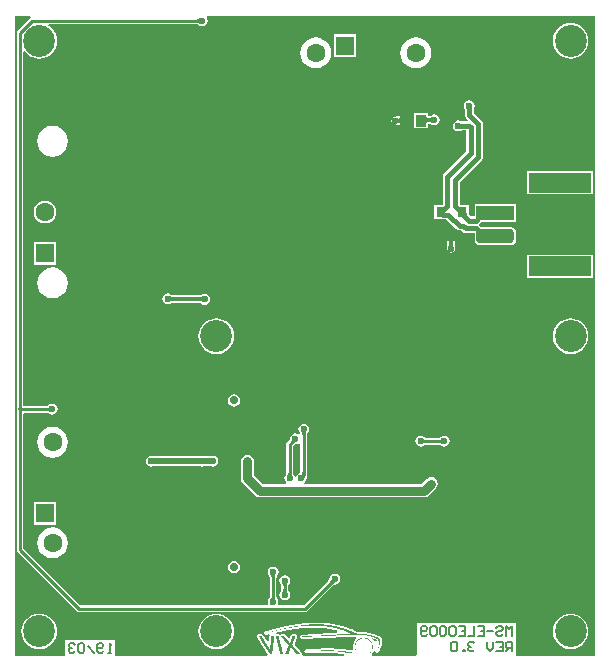
<source format=gbl>
G04*
G04 #@! TF.GenerationSoftware,Altium Limited,Altium Designer,19.0.10 (269)*
G04*
G04 Layer_Physical_Order=2*
G04 Layer_Color=16711680*
%FSLAX25Y25*%
%MOIN*%
G70*
G01*
G75*
%ADD10C,0.01968*%
%ADD11C,0.00984*%
%ADD15C,0.01000*%
%ADD17C,0.00591*%
%ADD23R,0.03543X0.03937*%
%ADD49R,0.03150X0.03543*%
%ADD90C,0.01772*%
%ADD93C,0.01378*%
%ADD96C,0.03150*%
%ADD97C,0.02756*%
%ADD98R,0.06299X0.06299*%
%ADD99C,0.06299*%
%ADD100R,0.06299X0.06299*%
%ADD101C,0.10630*%
%ADD102C,0.02362*%
%ADD103R,0.20866X0.06693*%
G04:AMPARAMS|DCode=104|XSize=47.24mil|YSize=125.98mil|CornerRadius=11.81mil|HoleSize=0mil|Usage=FLASHONLY|Rotation=270.000|XOffset=0mil|YOffset=0mil|HoleType=Round|Shape=RoundedRectangle|*
%AMROUNDEDRECTD104*
21,1,0.04724,0.10236,0,0,270.0*
21,1,0.02362,0.12598,0,0,270.0*
1,1,0.02362,-0.05118,-0.01181*
1,1,0.02362,-0.05118,0.01181*
1,1,0.02362,0.05118,0.01181*
1,1,0.02362,0.05118,-0.01181*
%
%ADD104ROUNDEDRECTD104*%
%ADD105R,0.12598X0.04724*%
%ADD106C,0.01181*%
G36*
X63330Y212559D02*
X63261Y212623D01*
X63187Y212680D01*
X63108Y212730D01*
X63022Y212773D01*
X62931Y212810D01*
X62834Y212840D01*
X62732Y212864D01*
X62624Y212880D01*
X62510Y212890D01*
X62391Y212894D01*
Y213878D01*
X62510Y213881D01*
X62624Y213891D01*
X62732Y213908D01*
X62834Y213931D01*
X62931Y213962D01*
X63022Y213998D01*
X63108Y214042D01*
X63187Y214092D01*
X63261Y214149D01*
X63330Y214213D01*
Y212559D01*
D02*
G37*
G36*
X13330Y83031D02*
X13261Y83095D01*
X13187Y83152D01*
X13107Y83202D01*
X13022Y83246D01*
X12931Y83283D01*
X12834Y83313D01*
X12732Y83336D01*
X12624Y83353D01*
X12510Y83363D01*
X12391Y83366D01*
Y84350D01*
X12510Y84354D01*
X12624Y84364D01*
X12732Y84381D01*
X12834Y84404D01*
X12931Y84434D01*
X13022Y84471D01*
X13107Y84514D01*
X13187Y84565D01*
X13261Y84622D01*
X13330Y84685D01*
Y83031D01*
D02*
G37*
G36*
X3937Y85148D02*
X3967Y84980D01*
X4016Y84833D01*
X4085Y84705D01*
X4174Y84597D01*
X4282Y84508D01*
X4410Y84439D01*
X4558Y84390D01*
X4725Y84360D01*
X4912Y84350D01*
Y83366D01*
X4725Y83356D01*
X4558Y83327D01*
X4410Y83278D01*
X4282Y83209D01*
X4174Y83120D01*
X4085Y83012D01*
X4016Y82884D01*
X3967Y82736D01*
X3937Y82569D01*
X3928Y82382D01*
X2943Y83858D01*
X3928Y85335D01*
X3937Y85148D01*
D02*
G37*
G36*
X88644Y28672D02*
X88580Y28605D01*
X88522Y28531D01*
X88471Y28452D01*
X88427Y28367D01*
X88390Y28277D01*
X88359Y28181D01*
X88335Y28078D01*
X88318Y27970D01*
X88308Y27857D01*
X88305Y27737D01*
X87320Y27753D01*
X87317Y27873D01*
X87307Y27986D01*
X87291Y28095D01*
X87268Y28197D01*
X87238Y28294D01*
X87202Y28386D01*
X87159Y28472D01*
X87110Y28552D01*
X87054Y28627D01*
X86991Y28696D01*
X88644Y28672D01*
D02*
G37*
G36*
X108354Y26083D02*
X108261Y26079D01*
X108168Y26067D01*
X108077Y26046D01*
X107985Y26017D01*
X107895Y25978D01*
X107805Y25931D01*
X107716Y25875D01*
X107628Y25811D01*
X107541Y25738D01*
X107454Y25655D01*
X106758Y26351D01*
X106840Y26438D01*
X106913Y26526D01*
X106978Y26614D01*
X107034Y26703D01*
X107081Y26793D01*
X107119Y26883D01*
X107149Y26974D01*
X107169Y27066D01*
X107182Y27159D01*
X107185Y27252D01*
X108354Y26083D01*
D02*
G37*
G36*
X88305Y21459D02*
X88308Y21340D01*
X88318Y21226D01*
X88334Y21118D01*
X88357Y21015D01*
X88387Y20918D01*
X88423Y20827D01*
X88466Y20741D01*
X88516Y20661D01*
X88572Y20586D01*
X88634Y20516D01*
X86981Y20541D01*
X87045Y20608D01*
X87103Y20681D01*
X87154Y20760D01*
X87198Y20845D01*
X87236Y20936D01*
X87266Y21032D01*
X87290Y21134D01*
X87307Y21242D01*
X87317Y21356D01*
X87320Y21475D01*
X88305Y21459D01*
D02*
G37*
G36*
X104751Y12066D02*
X105470D01*
Y12001D01*
X105994D01*
Y11935D01*
X106517D01*
Y11870D01*
X106909D01*
Y11804D01*
X107301D01*
Y11739D01*
X107628D01*
Y11674D01*
X107955D01*
Y11608D01*
X108282D01*
Y11543D01*
X108609D01*
Y11477D01*
X109002D01*
Y11412D01*
X109263D01*
Y11347D01*
X109525D01*
Y11281D01*
X109786D01*
Y11216D01*
X109983D01*
Y11150D01*
X110244D01*
Y11085D01*
X110440D01*
Y11020D01*
X110637D01*
Y10954D01*
X110898D01*
Y10889D01*
X111094D01*
Y10823D01*
X111356D01*
Y10758D01*
X111618D01*
Y10693D01*
X111814D01*
Y10627D01*
X112010D01*
Y10562D01*
X112141D01*
Y10497D01*
X112337D01*
Y10431D01*
X112533D01*
Y10366D01*
X112729D01*
Y10300D01*
X112860D01*
Y10235D01*
X113056D01*
Y10170D01*
X113252D01*
Y10104D01*
X113449D01*
Y10039D01*
X113645D01*
Y9973D01*
X113841D01*
Y9908D01*
X113972D01*
Y9843D01*
X114168D01*
Y9777D01*
X114299D01*
Y9712D01*
X114429D01*
Y9646D01*
X114626D01*
Y9581D01*
X114757D01*
Y9516D01*
X114953D01*
Y9450D01*
X115083D01*
Y9385D01*
X115280D01*
Y9319D01*
X115476D01*
Y9254D01*
X115607D01*
Y9189D01*
X115737D01*
Y9123D01*
X116587D01*
Y9058D01*
X117438D01*
Y8992D01*
X118092D01*
Y8927D01*
X118549D01*
Y8862D01*
X119007D01*
Y8796D01*
X119399D01*
Y8731D01*
X119792D01*
Y8665D01*
X120119D01*
Y8600D01*
X120380D01*
Y8535D01*
X120577D01*
Y8469D01*
X120838D01*
Y8404D01*
X121034D01*
Y8338D01*
X121230D01*
Y8273D01*
X121427D01*
Y8208D01*
X121623D01*
Y8142D01*
X121819D01*
Y8077D01*
X122015D01*
Y8011D01*
X122211D01*
Y7946D01*
X122408D01*
Y7881D01*
X122538D01*
Y7815D01*
X122669D01*
Y7750D01*
X122800D01*
Y7684D01*
X122865D01*
Y7619D01*
X122996D01*
Y7554D01*
X123062D01*
Y7488D01*
X123127D01*
Y7423D01*
X123258D01*
Y7357D01*
X123323D01*
Y7292D01*
Y7227D01*
X123389D01*
Y7161D01*
X123454D01*
Y7096D01*
Y7031D01*
X123519D01*
Y6965D01*
Y6900D01*
Y6834D01*
Y6769D01*
Y6704D01*
Y6638D01*
Y6573D01*
Y6507D01*
Y6442D01*
Y6377D01*
Y6311D01*
Y6246D01*
Y6180D01*
Y6115D01*
Y6050D01*
Y5984D01*
Y5919D01*
Y5853D01*
Y5788D01*
Y5723D01*
X123454D01*
Y5657D01*
Y5592D01*
Y5526D01*
X123389D01*
Y5461D01*
Y5396D01*
Y5330D01*
X123323D01*
Y5265D01*
Y5200D01*
X123258D01*
Y5134D01*
Y5069D01*
Y5003D01*
X123192D01*
Y4938D01*
Y4873D01*
Y4807D01*
X123127D01*
Y4742D01*
Y4676D01*
X123062D01*
Y4611D01*
Y4546D01*
X122996D01*
Y4480D01*
Y4415D01*
X122931D01*
Y4480D01*
Y4546D01*
Y4611D01*
Y4676D01*
X122996D01*
Y4742D01*
Y4807D01*
Y4873D01*
X123062D01*
Y4938D01*
Y5003D01*
Y5069D01*
Y5134D01*
Y5200D01*
Y5265D01*
Y5330D01*
X123127D01*
Y5396D01*
Y5461D01*
Y5526D01*
Y5592D01*
Y5657D01*
X123192D01*
Y5723D01*
Y5788D01*
Y5853D01*
X123127D01*
Y5919D01*
Y5984D01*
Y6050D01*
X123192D01*
Y6115D01*
X123127D01*
Y6180D01*
Y6246D01*
Y6311D01*
Y6377D01*
X123062D01*
Y6442D01*
Y6507D01*
Y6573D01*
Y6638D01*
X122996D01*
Y6704D01*
Y6769D01*
X122931D01*
Y6834D01*
X122865D01*
Y6900D01*
Y6965D01*
X122800D01*
Y7031D01*
X122735D01*
Y7096D01*
X122669D01*
Y7161D01*
X122538D01*
Y7227D01*
X122473D01*
Y7292D01*
X122408D01*
Y7357D01*
X122277D01*
Y7423D01*
X122211D01*
Y7488D01*
X122081D01*
Y7554D01*
X121884D01*
Y7619D01*
X121688D01*
Y7684D01*
X121557D01*
Y7750D01*
X121427D01*
Y7815D01*
X121230D01*
Y7881D01*
X121100D01*
Y7946D01*
X120904D01*
Y8011D01*
X120707D01*
Y8077D01*
X120511D01*
Y8142D01*
X120315D01*
Y8208D01*
X120119D01*
Y8273D01*
X119726D01*
Y8338D01*
X119465D01*
Y8404D01*
X119138D01*
Y8469D01*
X118811D01*
Y8535D01*
X118419D01*
Y8600D01*
X117830D01*
Y8665D01*
X116914D01*
Y8731D01*
X113645D01*
Y8665D01*
X112141D01*
Y8600D01*
X110964D01*
Y8535D01*
X109852D01*
Y8469D01*
X108740D01*
Y8404D01*
X107694D01*
Y8338D01*
X107367D01*
Y8404D01*
X107301D01*
Y8338D01*
X106582D01*
Y8273D01*
X106321D01*
Y8338D01*
X106190D01*
Y8273D01*
X104816D01*
Y8208D01*
X103116D01*
Y8142D01*
X100893D01*
Y8077D01*
X97427D01*
Y8142D01*
X99520D01*
Y8208D01*
X100827D01*
Y8273D01*
X101874D01*
Y8338D01*
X102855D01*
Y8404D01*
X103770D01*
Y8469D01*
X104620D01*
Y8535D01*
X105470D01*
Y8600D01*
X106321D01*
Y8665D01*
X106517D01*
Y8600D01*
X106582D01*
Y8665D01*
X107105D01*
Y8731D01*
X107236D01*
Y8665D01*
X107367D01*
Y8731D01*
X108282D01*
Y8796D01*
X109133D01*
Y8862D01*
X109983D01*
Y8927D01*
X110833D01*
Y8992D01*
X111814D01*
Y9058D01*
X113056D01*
Y9123D01*
X113514D01*
Y9189D01*
Y9254D01*
X113383D01*
Y9319D01*
X113187D01*
Y9385D01*
X113056D01*
Y9450D01*
X112925D01*
Y9516D01*
X112795D01*
Y9581D01*
X112598D01*
Y9646D01*
X112402D01*
Y9712D01*
X112271D01*
Y9777D01*
X112075D01*
Y9843D01*
X111944D01*
Y9908D01*
X111748D01*
Y9973D01*
X111618D01*
Y10039D01*
X111421D01*
Y10104D01*
X111291D01*
Y10170D01*
X111094D01*
Y10235D01*
X110898D01*
Y10300D01*
X110637D01*
Y10366D01*
X110440D01*
Y10431D01*
X110244D01*
Y10497D01*
X110048D01*
Y10562D01*
X109852D01*
Y10627D01*
X109590D01*
Y10693D01*
X109394D01*
Y10758D01*
X109133D01*
Y10823D01*
X108936D01*
Y10889D01*
X108675D01*
Y10954D01*
X108413D01*
Y11020D01*
X108021D01*
Y11085D01*
X107694D01*
Y11150D01*
X107367D01*
Y11216D01*
X107040D01*
Y11281D01*
X106713D01*
Y11347D01*
X106321D01*
Y11412D01*
X105928D01*
Y11477D01*
X105470D01*
Y11543D01*
X104947D01*
Y11608D01*
X104293D01*
Y11674D01*
X103312D01*
Y11739D01*
X103182D01*
Y11674D01*
X102920D01*
Y11739D01*
X99585D01*
Y11674D01*
X99258D01*
Y11739D01*
X99127D01*
Y11674D01*
X98081D01*
Y11608D01*
X97296D01*
Y11543D01*
X96708D01*
Y11477D01*
X96184D01*
Y11412D01*
X95727D01*
Y11347D01*
X95269D01*
Y11281D01*
X94811D01*
Y11216D01*
X94419D01*
Y11150D01*
X94026D01*
Y11085D01*
X93634D01*
Y11020D01*
X93111D01*
Y10954D01*
X92718D01*
Y10889D01*
X92392D01*
Y10823D01*
X92065D01*
Y10758D01*
X91738D01*
Y10693D01*
X91411D01*
Y10627D01*
X91149D01*
Y10562D01*
X90822D01*
Y10497D01*
X90561D01*
Y10431D01*
X90233D01*
Y10366D01*
X89907D01*
Y10300D01*
X89580D01*
Y10235D01*
X89253D01*
Y10300D01*
X89514D01*
Y10366D01*
X89776D01*
Y10431D01*
X90037D01*
Y10497D01*
X90299D01*
Y10562D01*
X90561D01*
Y10627D01*
X90822D01*
Y10693D01*
X91149D01*
Y10758D01*
X91541D01*
Y10823D01*
X91868D01*
Y10889D01*
X92130D01*
Y10954D01*
X92457D01*
Y11020D01*
X92784D01*
Y11085D01*
X93046D01*
Y11150D01*
X93372D01*
Y11216D01*
X93699D01*
Y11281D01*
X94026D01*
Y11347D01*
X94419D01*
Y11412D01*
X94746D01*
Y11477D01*
X94811D01*
Y11412D01*
X94876D01*
Y11477D01*
X95269D01*
Y11543D01*
X95727D01*
Y11608D01*
X96119D01*
Y11674D01*
X96511D01*
Y11739D01*
X96969D01*
Y11804D01*
X97427D01*
Y11870D01*
X97950D01*
Y11935D01*
X98473D01*
Y12001D01*
X99127D01*
Y12066D01*
X99912D01*
Y12131D01*
X100108D01*
Y12066D01*
X100239D01*
Y12131D01*
X104490D01*
Y12066D01*
X104555D01*
Y12131D01*
X104751D01*
Y12066D01*
D02*
G37*
G36*
X102920Y11024D02*
X103182D01*
X103247Y11051D01*
X103312Y11024D01*
X104136D01*
X104293Y10959D01*
X104789D01*
X104947Y10893D01*
X105313D01*
X105470Y10828D01*
X105770D01*
X105928Y10763D01*
X106163D01*
X106321Y10697D01*
X106555D01*
X106713Y10632D01*
X106882D01*
X107040Y10566D01*
X107209D01*
X107367Y10501D01*
X107536D01*
X107694Y10436D01*
X107863D01*
X108021Y10370D01*
X108255D01*
X108413Y10305D01*
X108517D01*
X108675Y10239D01*
X108779D01*
X108936Y10174D01*
X108975D01*
X109133Y10109D01*
X109242Y10011D01*
X109180Y9728D01*
X109078Y9488D01*
X108975Y9446D01*
X108282D01*
X108124Y9380D01*
X107367D01*
X107301Y9353D01*
X107236Y9380D01*
X107105D01*
X106947Y9315D01*
X106582D01*
X106550Y9301D01*
X106517Y9315D01*
X106321D01*
X106163Y9250D01*
X105470D01*
X105313Y9184D01*
X104620D01*
X104462Y9119D01*
X103770D01*
X103612Y9053D01*
X102855D01*
X102697Y8988D01*
X101874D01*
X101716Y8923D01*
X100827D01*
X100670Y8857D01*
X99520D01*
X99362Y8792D01*
X97427D01*
X96968Y8602D01*
X96777Y8142D01*
Y8077D01*
X96968Y7618D01*
X97427Y7428D01*
X100893D01*
X101051Y7493D01*
X103116D01*
X103274Y7558D01*
X104816D01*
X104974Y7624D01*
X106190D01*
X106255Y7651D01*
X106321Y7624D01*
X106582D01*
X106740Y7689D01*
X107301D01*
X107334Y7703D01*
X107367Y7689D01*
X107694D01*
X107852Y7754D01*
X108740D01*
X108898Y7820D01*
X109852D01*
X110010Y7885D01*
X110964D01*
X111121Y7951D01*
X112141D01*
X112299Y8016D01*
X113645D01*
X113803Y8081D01*
X115543D01*
X115720Y7581D01*
X115717Y7574D01*
X115671Y7555D01*
X115665Y7542D01*
X115540Y7490D01*
X115521Y7444D01*
X115474Y7424D01*
X115422Y7299D01*
X115409Y7294D01*
X115390Y7247D01*
X115343Y7228D01*
X115324Y7182D01*
X115278Y7163D01*
X115259Y7117D01*
X115213Y7097D01*
X115194Y7051D01*
X115147Y7032D01*
X115095Y6907D01*
X115082Y6901D01*
X115063Y6855D01*
X115017Y6836D01*
X114965Y6711D01*
X114951Y6705D01*
X114899Y6580D01*
X114886Y6574D01*
X114834Y6449D01*
X114820Y6443D01*
X114630Y5984D01*
Y5946D01*
X114565Y5788D01*
Y5750D01*
X114499Y5592D01*
Y5554D01*
X114434Y5396D01*
Y4153D01*
X114499Y3995D01*
Y3892D01*
X114502Y3887D01*
X114418Y3698D01*
X114287Y3524D01*
X114134Y3429D01*
X114130D01*
X113972Y3495D01*
X113868D01*
X113710Y3560D01*
X113541D01*
X113383Y3625D01*
X113149D01*
X112991Y3691D01*
X112822D01*
X112664Y3756D01*
X112364D01*
X112206Y3822D01*
X111906D01*
X111748Y3887D01*
X111187D01*
X111029Y3952D01*
X110402D01*
X110244Y4018D01*
X109552D01*
X109394Y4083D01*
X108244D01*
X108086Y4149D01*
X103901D01*
X103743Y4083D01*
X101808D01*
X101651Y4018D01*
X100566D01*
X100408Y3952D01*
X99650D01*
X99493Y3887D01*
X98866D01*
X98406Y3697D01*
X98216Y3238D01*
Y3172D01*
X98406Y2713D01*
X98866Y2523D01*
X99650D01*
X99808Y2588D01*
X101089D01*
X101247Y2654D01*
X103705D01*
X103863Y2719D01*
X106293D01*
X106451Y2654D01*
X107863D01*
X108021Y2588D01*
X108713D01*
X108871Y2523D01*
X109367D01*
X109525Y2458D01*
X109956D01*
X110113Y2392D01*
X110479D01*
X110637Y2327D01*
X110871D01*
X111029Y2261D01*
X111329D01*
X111487Y2196D01*
X111554Y2131D01*
X111354Y1631D01*
X97862D01*
X97528Y2131D01*
X97553Y2191D01*
Y2257D01*
X97363Y2716D01*
X97271Y2754D01*
X97232Y2847D01*
X97186Y2866D01*
X97167Y2912D01*
X97121Y2931D01*
X97101Y2978D01*
X97055Y2997D01*
X97036Y3043D01*
X96990Y3062D01*
X96971Y3108D01*
X96924Y3128D01*
X96905Y3174D01*
X96892Y3179D01*
X96840Y3305D01*
X96794Y3324D01*
X96774Y3370D01*
X96728Y3389D01*
X96709Y3435D01*
X96663Y3455D01*
X96644Y3501D01*
X96597Y3520D01*
X96578Y3566D01*
X96532Y3585D01*
X96513Y3632D01*
X96467Y3651D01*
X96447Y3697D01*
X96401Y3716D01*
X96382Y3762D01*
X96368Y3768D01*
X96317Y3893D01*
X96270Y3912D01*
X96251Y3959D01*
X96205Y3978D01*
X96186Y4024D01*
X96140Y4043D01*
X96121Y4089D01*
X96074Y4108D01*
X96055Y4155D01*
X96009Y4174D01*
X95990Y4220D01*
X95943Y4239D01*
X95924Y4285D01*
X95911Y4291D01*
X95859Y4416D01*
X95813Y4435D01*
X95793Y4482D01*
X95747Y4501D01*
X95728Y4547D01*
X95682Y4566D01*
X95663Y4612D01*
X95617Y4632D01*
X95597Y4678D01*
X95551Y4697D01*
X95532Y4743D01*
X95518Y4749D01*
X95467Y4874D01*
X95420Y4893D01*
X95401Y4939D01*
X95355Y4959D01*
X95336Y5005D01*
X95289Y5024D01*
X95270Y5070D01*
X95224Y5089D01*
X95205Y5136D01*
X95159Y5155D01*
X95140Y5201D01*
X95093Y5220D01*
X95074Y5266D01*
X95024Y5748D01*
X95068Y5853D01*
Y5865D01*
X95199Y6180D01*
Y6192D01*
X95330Y6507D01*
Y6519D01*
X95461Y6834D01*
Y6846D01*
X95591Y7161D01*
Y7200D01*
X95657Y7357D01*
Y7396D01*
X95722Y7554D01*
Y7565D01*
X95853Y7881D01*
Y7919D01*
X95918Y8077D01*
Y8208D01*
X95728Y8667D01*
X95269Y8857D01*
X94288D01*
X93829Y8667D01*
X93810Y8621D01*
X93763Y8602D01*
X93573Y8142D01*
Y8104D01*
X93508Y7946D01*
X93099Y7715D01*
X92736Y7843D01*
X92720Y7882D01*
X92674Y7901D01*
X92655Y7948D01*
X92608Y7967D01*
X92589Y8013D01*
X92543Y8032D01*
X92524Y8078D01*
X92478Y8098D01*
X92458Y8144D01*
X92412Y8163D01*
X92393Y8209D01*
X92379Y8215D01*
X92328Y8340D01*
X92281Y8359D01*
X92262Y8405D01*
X92216Y8424D01*
X92197Y8471D01*
X92151Y8490D01*
X92131Y8536D01*
X92085Y8555D01*
X92066Y8602D01*
X92020Y8621D01*
X92001Y8667D01*
X91541Y8857D01*
X90430D01*
X90005Y8681D01*
X89580Y8857D01*
X88933D01*
X88752Y9250D01*
X88831Y9431D01*
X88887Y9455D01*
X88991D01*
X89149Y9520D01*
X89253D01*
X89411Y9585D01*
X89580D01*
X89737Y9651D01*
X89907D01*
X90065Y9716D01*
X90233D01*
X90391Y9782D01*
X90561D01*
X90718Y9847D01*
X90822D01*
X90980Y9912D01*
X91149D01*
X91307Y9978D01*
X91411D01*
X91568Y10043D01*
X91738D01*
X91896Y10109D01*
X92065D01*
X92222Y10174D01*
X92392D01*
X92549Y10239D01*
X92718D01*
X92876Y10305D01*
X93111D01*
X93269Y10370D01*
X93634D01*
X93792Y10436D01*
X94026D01*
X94184Y10501D01*
X94419D01*
X94577Y10566D01*
X94811D01*
X94969Y10632D01*
X95269D01*
X95427Y10697D01*
X95727D01*
X95885Y10763D01*
X96184D01*
X96342Y10828D01*
X96708D01*
X96865Y10893D01*
X97296D01*
X97454Y10959D01*
X98081D01*
X98239Y11024D01*
X99127D01*
X99193Y11051D01*
X99258Y11024D01*
X99585D01*
X99743Y11090D01*
X102762D01*
X102920Y11024D01*
D02*
G37*
G36*
X89253Y10170D02*
X88991D01*
Y10235D01*
X89253D01*
Y10170D01*
D02*
G37*
G36*
X88991Y10104D02*
X88730D01*
Y10039D01*
X88468D01*
Y9973D01*
X88206D01*
Y9908D01*
X87945D01*
Y9843D01*
X87683D01*
Y9777D01*
X87422D01*
Y9712D01*
X87095D01*
Y9777D01*
X87291D01*
Y9843D01*
X87552D01*
Y9908D01*
X87814D01*
Y9973D01*
X88076D01*
Y10039D01*
X88337D01*
Y10104D01*
X88664D01*
Y10170D01*
X88991D01*
Y10104D01*
D02*
G37*
G36*
X87095Y9646D02*
X86833D01*
Y9712D01*
X87095D01*
Y9646D01*
D02*
G37*
G36*
X86833Y9581D02*
X86572D01*
Y9646D01*
X86833D01*
Y9581D01*
D02*
G37*
G36*
X85983Y9385D02*
X85721D01*
Y9450D01*
X85983D01*
Y9385D01*
D02*
G37*
G36*
X85721Y9319D02*
X85525D01*
Y9385D01*
X85721D01*
Y9319D01*
D02*
G37*
G36*
X120577Y7619D02*
X120838D01*
Y7554D01*
X121034D01*
Y7488D01*
X121230D01*
Y7423D01*
X121427D01*
Y7357D01*
X121623D01*
Y7292D01*
X121754D01*
Y7227D01*
X121884D01*
Y7161D01*
X122015D01*
Y7096D01*
X122081D01*
Y7031D01*
X122146D01*
Y6965D01*
X122277D01*
Y6900D01*
X122342D01*
Y6834D01*
X122408D01*
Y6769D01*
Y6704D01*
Y6638D01*
X122277D01*
Y6573D01*
X121819D01*
Y6638D01*
X121688D01*
Y6704D01*
X121557D01*
Y6769D01*
X121492D01*
Y6834D01*
X121427D01*
Y6900D01*
X121361D01*
Y6965D01*
X121296D01*
Y7031D01*
X121230D01*
Y7096D01*
X121165D01*
Y7161D01*
X121034D01*
Y7227D01*
X120969D01*
Y7292D01*
X120904D01*
Y7357D01*
X120838D01*
Y7423D01*
X120707D01*
Y7488D01*
X120642D01*
Y7554D01*
X120511D01*
Y7619D01*
X120380D01*
Y7684D01*
X120577D01*
Y7619D01*
D02*
G37*
G36*
X95269Y8142D02*
Y8077D01*
X95204D01*
Y8011D01*
Y7946D01*
Y7881D01*
X95138D01*
Y7815D01*
Y7750D01*
X95073D01*
Y7684D01*
Y7619D01*
Y7554D01*
X95007D01*
Y7488D01*
Y7423D01*
Y7357D01*
X94942D01*
Y7292D01*
Y7227D01*
Y7161D01*
X94876D01*
Y7096D01*
Y7031D01*
X94811D01*
Y6965D01*
Y6900D01*
Y6834D01*
X94746D01*
Y6769D01*
Y6704D01*
X94680D01*
Y6638D01*
Y6573D01*
Y6507D01*
X94615D01*
Y6442D01*
Y6377D01*
X94550D01*
Y6311D01*
Y6246D01*
Y6180D01*
X94484D01*
Y6115D01*
Y6050D01*
X94419D01*
Y5984D01*
Y5919D01*
Y5853D01*
X94353D01*
Y5788D01*
Y5723D01*
Y5657D01*
Y5592D01*
X94288D01*
Y5526D01*
Y5461D01*
X94223D01*
Y5396D01*
Y5330D01*
Y5265D01*
Y5200D01*
X94288D01*
Y5134D01*
X94353D01*
Y5069D01*
X94419D01*
Y5003D01*
X94484D01*
Y4938D01*
Y4873D01*
X94550D01*
Y4807D01*
X94615D01*
Y4742D01*
X94680D01*
Y4676D01*
X94746D01*
Y4611D01*
X94811D01*
Y4546D01*
X94876D01*
Y4480D01*
X94942D01*
Y4415D01*
X95007D01*
Y4349D01*
Y4284D01*
X95073D01*
Y4219D01*
X95138D01*
Y4153D01*
X95204D01*
Y4088D01*
X95269D01*
Y4022D01*
X95334D01*
Y3957D01*
X95400D01*
Y3892D01*
Y3826D01*
X95465D01*
Y3761D01*
X95530D01*
Y3695D01*
X95596D01*
Y3630D01*
X95661D01*
Y3565D01*
X95727D01*
Y3499D01*
X95792D01*
Y3434D01*
X95858D01*
Y3368D01*
Y3303D01*
X95923D01*
Y3238D01*
X95988D01*
Y3172D01*
X96054D01*
Y3107D01*
X96119D01*
Y3042D01*
X96184D01*
Y2976D01*
X96250D01*
Y2911D01*
X96315D01*
Y2845D01*
X96381D01*
Y2780D01*
Y2715D01*
X96446D01*
Y2649D01*
X96511D01*
Y2584D01*
X96577D01*
Y2518D01*
X96642D01*
Y2453D01*
X96708D01*
Y2388D01*
X96773D01*
Y2322D01*
Y2257D01*
X96904D01*
Y2191D01*
X95727D01*
Y2257D01*
X95661D01*
Y2322D01*
X95596D01*
Y2388D01*
Y2453D01*
X95530D01*
Y2518D01*
X95465D01*
Y2584D01*
X95400D01*
Y2649D01*
X95334D01*
Y2715D01*
X95269D01*
Y2780D01*
X95204D01*
Y2845D01*
X95138D01*
Y2911D01*
Y2976D01*
X95073D01*
Y3042D01*
X95007D01*
Y3107D01*
X94942D01*
Y3172D01*
X94876D01*
Y3238D01*
Y3303D01*
X94811D01*
Y3368D01*
X94746D01*
Y3434D01*
X94680D01*
Y3499D01*
X94615D01*
Y3565D01*
X94550D01*
Y3630D01*
X94484D01*
Y3695D01*
X94419D01*
Y3761D01*
Y3826D01*
X94353D01*
Y3892D01*
X94288D01*
Y3957D01*
X94223D01*
Y4022D01*
X94157D01*
Y4088D01*
X94092D01*
Y4153D01*
Y4219D01*
X94026D01*
Y4284D01*
X93961D01*
Y4349D01*
X93896D01*
Y4415D01*
X93830D01*
Y4480D01*
X93699D01*
Y4415D01*
X93634D01*
Y4349D01*
Y4284D01*
Y4219D01*
Y4153D01*
X93569D01*
Y4088D01*
Y4022D01*
X93503D01*
Y3957D01*
Y3892D01*
Y3826D01*
X93438D01*
Y3761D01*
Y3695D01*
Y3630D01*
X93372D01*
Y3565D01*
Y3499D01*
X93307D01*
Y3434D01*
Y3368D01*
X93242D01*
Y3303D01*
Y3238D01*
Y3172D01*
X93176D01*
Y3107D01*
Y3042D01*
Y2976D01*
X93111D01*
Y2911D01*
Y2845D01*
Y2780D01*
X93046D01*
Y2715D01*
Y2649D01*
X92980D01*
Y2584D01*
Y2518D01*
Y2453D01*
Y2388D01*
X92915D01*
Y2322D01*
Y2257D01*
Y2191D01*
X91803D01*
Y2257D01*
X91868D01*
Y2322D01*
Y2388D01*
X91934D01*
Y2453D01*
Y2518D01*
X91999D01*
Y2584D01*
Y2649D01*
Y2715D01*
X92065D01*
Y2780D01*
Y2845D01*
X92130D01*
Y2911D01*
Y2976D01*
Y3042D01*
X92195D01*
Y3107D01*
Y3172D01*
X92261D01*
Y3238D01*
Y3303D01*
Y3368D01*
X92326D01*
Y3434D01*
Y3499D01*
X92392D01*
Y3565D01*
Y3630D01*
Y3695D01*
X92457D01*
Y3761D01*
Y3826D01*
Y3892D01*
Y3957D01*
X92522D01*
Y4022D01*
Y4088D01*
X92588D01*
Y4153D01*
Y4219D01*
X92653D01*
Y4284D01*
Y4349D01*
Y4415D01*
X92718D01*
Y4480D01*
Y4546D01*
Y4611D01*
X92784D01*
Y4676D01*
Y4742D01*
X92849D01*
Y4807D01*
Y4873D01*
X92915D01*
Y4938D01*
Y5003D01*
Y5069D01*
X92980D01*
Y5134D01*
Y5200D01*
Y5265D01*
Y5330D01*
X92915D01*
Y5396D01*
X92849D01*
Y5461D01*
X92784D01*
Y5526D01*
X92718D01*
Y5592D01*
X92653D01*
Y5657D01*
X92588D01*
Y5723D01*
Y5788D01*
X92522D01*
Y5853D01*
X92457D01*
Y5919D01*
X92392D01*
Y5984D01*
X92326D01*
Y6050D01*
X92261D01*
Y6115D01*
X92195D01*
Y6180D01*
X92130D01*
Y6246D01*
X92065D01*
Y6311D01*
Y6377D01*
X91999D01*
Y6442D01*
X91934D01*
Y6507D01*
X91868D01*
Y6573D01*
X91803D01*
Y6638D01*
X91738D01*
Y6704D01*
X91672D01*
Y6769D01*
X91607D01*
Y6834D01*
Y6900D01*
X91541D01*
Y6965D01*
X91476D01*
Y7031D01*
X91411D01*
Y7096D01*
X91345D01*
Y7161D01*
X91280D01*
Y7227D01*
X91214D01*
Y7292D01*
X91149D01*
Y7357D01*
Y7423D01*
X91084D01*
Y7488D01*
X91018D01*
Y7554D01*
X90953D01*
Y7619D01*
X90887D01*
Y7684D01*
X90822D01*
Y7750D01*
X90757D01*
Y7815D01*
X90691D01*
Y7881D01*
Y7946D01*
X90626D01*
Y8011D01*
X90561D01*
Y8077D01*
X90495D01*
Y8142D01*
X90430D01*
Y8208D01*
X91541D01*
Y8142D01*
X91607D01*
Y8077D01*
X91672D01*
Y8011D01*
X91738D01*
Y7946D01*
X91803D01*
Y7881D01*
X91868D01*
Y7815D01*
Y7750D01*
X91934D01*
Y7684D01*
X91999D01*
Y7619D01*
X92065D01*
Y7554D01*
X92130D01*
Y7488D01*
X92195D01*
Y7423D01*
X92261D01*
Y7357D01*
Y7292D01*
X92326D01*
Y7227D01*
X92392D01*
Y7161D01*
X92457D01*
Y7096D01*
X92522D01*
Y7031D01*
Y6965D01*
X92588D01*
Y6900D01*
X92653D01*
Y6834D01*
X92718D01*
Y6769D01*
X92784D01*
Y6704D01*
X92849D01*
Y6638D01*
X92915D01*
Y6573D01*
X92980D01*
Y6507D01*
Y6442D01*
X93046D01*
Y6377D01*
X93111D01*
Y6311D01*
X93176D01*
Y6246D01*
X93242D01*
Y6180D01*
Y6115D01*
X93307D01*
Y6050D01*
X93503D01*
Y6115D01*
Y6180D01*
Y6246D01*
X93569D01*
Y6311D01*
Y6377D01*
X93634D01*
Y6442D01*
Y6507D01*
Y6573D01*
X93699D01*
Y6638D01*
Y6704D01*
X93765D01*
Y6769D01*
Y6834D01*
Y6900D01*
Y6965D01*
X93830D01*
Y7031D01*
Y7096D01*
Y7161D01*
X93896D01*
Y7227D01*
Y7292D01*
X93961D01*
Y7357D01*
Y7423D01*
X94026D01*
Y7488D01*
Y7554D01*
Y7619D01*
X94092D01*
Y7684D01*
Y7750D01*
X94157D01*
Y7815D01*
Y7881D01*
Y7946D01*
X94223D01*
Y8011D01*
Y8077D01*
Y8142D01*
X94288D01*
Y8208D01*
X95269D01*
Y8142D01*
D02*
G37*
G36*
X122931Y4349D02*
Y4284D01*
Y4219D01*
X122865D01*
Y4284D01*
Y4349D01*
Y4415D01*
X122931D01*
Y4349D01*
D02*
G37*
G36*
X122865Y4153D02*
Y4088D01*
Y4022D01*
X122800D01*
Y4088D01*
Y4153D01*
Y4219D01*
X122865D01*
Y4153D01*
D02*
G37*
G36*
X88272Y8142D02*
Y8077D01*
X88206D01*
Y8011D01*
Y7946D01*
Y7881D01*
Y7815D01*
Y7750D01*
Y7684D01*
Y7619D01*
Y7554D01*
Y7488D01*
Y7423D01*
Y7357D01*
X88141D01*
Y7292D01*
Y7227D01*
Y7161D01*
Y7096D01*
Y7031D01*
Y6965D01*
Y6900D01*
X88076D01*
Y6834D01*
Y6769D01*
Y6704D01*
Y6638D01*
Y6573D01*
Y6507D01*
Y6442D01*
Y6377D01*
X88010D01*
Y6311D01*
Y6246D01*
Y6180D01*
Y6115D01*
Y6050D01*
Y5984D01*
Y5919D01*
X87945D01*
Y5853D01*
Y5788D01*
Y5723D01*
Y5657D01*
Y5592D01*
Y5526D01*
Y5461D01*
X87879D01*
Y5396D01*
Y5330D01*
Y5265D01*
Y5200D01*
Y5134D01*
Y5069D01*
Y5003D01*
Y4938D01*
X87814D01*
Y4873D01*
Y4807D01*
Y4742D01*
Y4676D01*
Y4611D01*
Y4546D01*
Y4480D01*
X87749D01*
Y4415D01*
Y4349D01*
Y4284D01*
Y4219D01*
Y4153D01*
Y4088D01*
Y4022D01*
Y3957D01*
X87683D01*
Y3892D01*
Y3826D01*
Y3761D01*
Y3695D01*
Y3630D01*
Y3565D01*
Y3499D01*
Y3434D01*
X87618D01*
Y3368D01*
Y3303D01*
Y3238D01*
Y3172D01*
Y3107D01*
Y3042D01*
Y2976D01*
Y2911D01*
X87552D01*
Y2845D01*
Y2780D01*
Y2715D01*
Y2649D01*
Y2584D01*
Y2518D01*
Y2453D01*
Y2388D01*
Y2322D01*
X87487D01*
Y2257D01*
X87552D01*
Y2191D01*
X86768D01*
Y2257D01*
Y2322D01*
X86702D01*
Y2388D01*
X86637D01*
Y2453D01*
Y2518D01*
X86572D01*
Y2584D01*
Y2649D01*
X86506D01*
Y2715D01*
X86441D01*
Y2780D01*
X86375D01*
Y2845D01*
Y2911D01*
X86310D01*
Y2976D01*
Y3042D01*
X86244D01*
Y3107D01*
X86179D01*
Y3172D01*
Y3238D01*
X86114D01*
Y3303D01*
Y3368D01*
X86048D01*
Y3434D01*
X85983D01*
Y3499D01*
Y3565D01*
X85918D01*
Y3630D01*
X85852D01*
Y3695D01*
Y3761D01*
X85787D01*
Y3826D01*
X85721D01*
Y3892D01*
Y3957D01*
X85656D01*
Y4022D01*
Y4088D01*
X85590D01*
Y4153D01*
X85525D01*
Y4219D01*
Y4284D01*
X85460D01*
Y4349D01*
Y4415D01*
X85394D01*
Y4480D01*
X85329D01*
Y4546D01*
Y4611D01*
X85264D01*
Y4676D01*
X85198D01*
Y4742D01*
Y4807D01*
X85133D01*
Y4873D01*
X85067D01*
Y4938D01*
Y5003D01*
X85002D01*
Y5069D01*
X84937D01*
Y5134D01*
Y5200D01*
X84871D01*
Y5265D01*
Y5330D01*
X84806D01*
Y5396D01*
X84740D01*
Y5461D01*
Y5526D01*
X84675D01*
Y5592D01*
X84610D01*
Y5657D01*
Y5723D01*
X84544D01*
Y5788D01*
Y5853D01*
X84479D01*
Y5919D01*
X84413D01*
Y5984D01*
Y6050D01*
X84348D01*
Y6115D01*
X84283D01*
Y6180D01*
Y6246D01*
X84217D01*
Y6311D01*
Y6377D01*
X84152D01*
Y6442D01*
X84087D01*
Y6507D01*
Y6573D01*
X84021D01*
Y6638D01*
Y6704D01*
X83956D01*
Y6769D01*
X83890D01*
Y6834D01*
X83825D01*
Y6900D01*
Y6965D01*
X83759D01*
Y7031D01*
X83694D01*
Y7096D01*
Y7161D01*
X83629D01*
Y7227D01*
Y7292D01*
X83563D01*
Y7357D01*
X83498D01*
Y7423D01*
Y7488D01*
X83433D01*
Y7554D01*
Y7619D01*
X83367D01*
Y7684D01*
X83302D01*
Y7750D01*
Y7815D01*
X83236D01*
Y7881D01*
X83171D01*
Y7946D01*
Y8011D01*
X83105D01*
Y8077D01*
X83040D01*
Y8142D01*
Y8208D01*
X84021D01*
Y8142D01*
X84087D01*
Y8077D01*
X84152D01*
Y8011D01*
Y7946D01*
X84217D01*
Y7881D01*
Y7815D01*
X84283D01*
Y7750D01*
X84348D01*
Y7684D01*
Y7619D01*
X84413D01*
Y7554D01*
Y7488D01*
X84479D01*
Y7423D01*
X84544D01*
Y7357D01*
X84610D01*
Y7292D01*
Y7227D01*
X84675D01*
Y7161D01*
Y7096D01*
X84740D01*
Y7031D01*
X84806D01*
Y6965D01*
Y6900D01*
X84871D01*
Y6834D01*
Y6769D01*
X84937D01*
Y6704D01*
X85002D01*
Y6638D01*
Y6573D01*
X85067D01*
Y6507D01*
Y6442D01*
X85133D01*
Y6377D01*
X85198D01*
Y6311D01*
Y6246D01*
X85264D01*
Y6180D01*
Y6115D01*
X85329D01*
Y6050D01*
X85394D01*
Y5984D01*
Y5919D01*
X85460D01*
Y5853D01*
X85525D01*
Y5788D01*
Y5723D01*
X85590D01*
Y5657D01*
Y5592D01*
X85656D01*
Y5526D01*
X85721D01*
Y5461D01*
Y5396D01*
X85787D01*
Y5330D01*
X85852D01*
Y5265D01*
Y5200D01*
X85918D01*
Y5134D01*
Y5069D01*
X85983D01*
Y5003D01*
X86048D01*
Y4938D01*
Y4873D01*
X86114D01*
Y4807D01*
Y4742D01*
X86179D01*
Y4676D01*
X86244D01*
Y4611D01*
Y4546D01*
X86310D01*
Y4480D01*
Y4415D01*
X86375D01*
Y4349D01*
Y4284D01*
X86441D01*
Y4219D01*
X86506D01*
Y4153D01*
Y4088D01*
X86572D01*
Y4022D01*
X86637D01*
Y3957D01*
X86768D01*
Y4022D01*
Y4088D01*
Y4153D01*
Y4219D01*
Y4284D01*
X86833D01*
Y4349D01*
Y4415D01*
Y4480D01*
Y4546D01*
Y4611D01*
Y4676D01*
Y4742D01*
Y4807D01*
X86898D01*
Y4873D01*
Y4938D01*
Y5003D01*
Y5069D01*
Y5134D01*
Y5200D01*
Y5265D01*
Y5330D01*
Y5396D01*
X86964D01*
Y5461D01*
Y5526D01*
Y5592D01*
Y5657D01*
Y5723D01*
Y5788D01*
Y5853D01*
Y5919D01*
X87029D01*
Y5984D01*
Y6050D01*
Y6115D01*
Y6180D01*
Y6246D01*
Y6311D01*
Y6377D01*
Y6442D01*
Y6507D01*
Y6573D01*
Y6638D01*
Y6704D01*
Y6769D01*
X87095D01*
Y6834D01*
Y6900D01*
Y6965D01*
Y7031D01*
Y7096D01*
Y7161D01*
Y7227D01*
Y7292D01*
X87160D01*
Y7357D01*
Y7423D01*
Y7488D01*
Y7554D01*
Y7619D01*
Y7684D01*
Y7750D01*
Y7815D01*
X87225D01*
Y7881D01*
Y7946D01*
Y8011D01*
Y8077D01*
Y8142D01*
Y8208D01*
X88272D01*
Y8142D01*
D02*
G37*
G36*
X122800Y3957D02*
Y3892D01*
X122735D01*
Y3957D01*
Y4022D01*
X122800D01*
Y3957D01*
D02*
G37*
G36*
X122735Y3826D02*
Y3761D01*
X122669D01*
Y3826D01*
Y3892D01*
X122735D01*
Y3826D01*
D02*
G37*
G36*
X122604Y3499D02*
Y3434D01*
X122538D01*
Y3499D01*
Y3565D01*
X122604D01*
Y3499D01*
D02*
G37*
G36*
X99650Y3172D02*
X98866D01*
Y3238D01*
X99650D01*
Y3172D01*
D02*
G37*
G36*
X118680Y7684D02*
X118876D01*
Y7619D01*
X119072D01*
Y7554D01*
X119269D01*
Y7488D01*
X119399D01*
Y7423D01*
X119530D01*
Y7357D01*
X119661D01*
Y7292D01*
X119726D01*
Y7227D01*
X119857D01*
Y7161D01*
X119923D01*
Y7096D01*
X119988D01*
Y7031D01*
X120053D01*
Y6965D01*
X120119D01*
Y6900D01*
X120184D01*
Y6834D01*
X120250D01*
Y6769D01*
X120315D01*
Y6704D01*
X120380D01*
Y6638D01*
X120446D01*
Y6573D01*
Y6507D01*
X120511D01*
Y6442D01*
X120577D01*
Y6377D01*
Y6311D01*
X120642D01*
Y6246D01*
Y6180D01*
X120707D01*
Y6115D01*
Y6050D01*
X120773D01*
Y5984D01*
Y5919D01*
X120838D01*
Y5853D01*
Y5788D01*
Y5723D01*
Y5657D01*
X120904D01*
Y5592D01*
Y5526D01*
Y5461D01*
X120969D01*
Y5396D01*
Y5330D01*
Y5265D01*
Y5200D01*
Y5134D01*
Y5069D01*
X121034D01*
Y5003D01*
Y4938D01*
Y4873D01*
Y4807D01*
Y4742D01*
Y4676D01*
Y4611D01*
Y4546D01*
Y4480D01*
Y4415D01*
X120969D01*
Y4349D01*
Y4284D01*
Y4219D01*
Y4153D01*
Y4088D01*
X120904D01*
Y4022D01*
Y3957D01*
Y3892D01*
Y3826D01*
X120838D01*
Y3761D01*
Y3695D01*
Y3630D01*
Y3565D01*
X120773D01*
Y3499D01*
Y3434D01*
X120707D01*
Y3368D01*
Y3303D01*
X120642D01*
Y3238D01*
X120577D01*
Y3172D01*
Y3107D01*
X120511D01*
Y3042D01*
Y2976D01*
X120446D01*
Y2911D01*
X120380D01*
Y2976D01*
Y3042D01*
X120446D01*
Y3107D01*
Y3172D01*
X120511D01*
Y3238D01*
Y3303D01*
X120577D01*
Y3368D01*
X120642D01*
Y3434D01*
Y3499D01*
Y3565D01*
X120707D01*
Y3630D01*
Y3695D01*
Y3761D01*
X120773D01*
Y3826D01*
Y3892D01*
Y3957D01*
X120838D01*
Y4022D01*
Y4088D01*
Y4153D01*
Y4219D01*
Y4284D01*
Y4349D01*
Y4415D01*
X120904D01*
Y4480D01*
Y4546D01*
Y4611D01*
Y4676D01*
Y4742D01*
Y4807D01*
X120838D01*
Y4873D01*
Y4938D01*
Y5003D01*
Y5069D01*
Y5134D01*
Y5200D01*
Y5265D01*
Y5330D01*
X120773D01*
Y5396D01*
Y5461D01*
Y5526D01*
X120707D01*
Y5592D01*
Y5657D01*
Y5723D01*
X120642D01*
Y5788D01*
Y5853D01*
X120577D01*
Y5919D01*
Y5984D01*
X120511D01*
Y6050D01*
Y6115D01*
X120446D01*
Y6180D01*
X120380D01*
Y6246D01*
Y6311D01*
X120315D01*
Y6377D01*
X120250D01*
Y6442D01*
X120184D01*
Y6507D01*
Y6573D01*
X120119D01*
Y6638D01*
X120053D01*
Y6704D01*
X119988D01*
Y6769D01*
X119923D01*
Y6834D01*
X119792D01*
Y6900D01*
X119726D01*
Y6965D01*
X119661D01*
Y7031D01*
X119530D01*
Y7096D01*
X119465D01*
Y7161D01*
X119334D01*
Y7227D01*
X119203D01*
Y7292D01*
X119007D01*
Y7357D01*
X118876D01*
Y7423D01*
X118615D01*
Y7488D01*
X117503D01*
Y7423D01*
X117241D01*
Y7357D01*
X117045D01*
Y7292D01*
X116914D01*
Y7227D01*
X116784D01*
Y7161D01*
X116653D01*
Y7096D01*
X116522D01*
Y7031D01*
X116457D01*
Y6965D01*
X116391D01*
Y6900D01*
X116261D01*
Y6834D01*
X116195D01*
Y6769D01*
X116130D01*
Y6704D01*
X116064D01*
Y6638D01*
X115999D01*
Y6573D01*
X115934D01*
Y6507D01*
X115868D01*
Y6442D01*
X115803D01*
Y6377D01*
X115737D01*
Y6311D01*
Y6246D01*
X115672D01*
Y6180D01*
X115607D01*
Y6115D01*
Y6050D01*
X115541D01*
Y5984D01*
Y5919D01*
X115476D01*
Y5853D01*
Y5788D01*
X115410D01*
Y5723D01*
Y5657D01*
Y5592D01*
X115345D01*
Y5526D01*
Y5461D01*
Y5396D01*
X115280D01*
Y5330D01*
Y5265D01*
Y5200D01*
Y5134D01*
Y5069D01*
Y5003D01*
X115214D01*
Y4938D01*
Y4873D01*
Y4807D01*
Y4742D01*
Y4676D01*
Y4611D01*
Y4546D01*
Y4480D01*
Y4415D01*
Y4349D01*
Y4284D01*
X115280D01*
Y4219D01*
Y4153D01*
Y4088D01*
Y4022D01*
Y3957D01*
X115345D01*
Y3892D01*
Y3826D01*
Y3761D01*
Y3695D01*
X115410D01*
Y3630D01*
Y3565D01*
Y3499D01*
X115476D01*
Y3434D01*
Y3368D01*
Y3303D01*
X115541D01*
Y3238D01*
Y3172D01*
X115607D01*
Y3107D01*
X115672D01*
Y3042D01*
Y2976D01*
X115737D01*
Y2911D01*
X115803D01*
Y2845D01*
Y2780D01*
X115737D01*
Y2845D01*
X115672D01*
Y2911D01*
X115607D01*
Y2976D01*
Y3042D01*
X115541D01*
Y3107D01*
Y3172D01*
X115476D01*
Y3238D01*
X115410D01*
Y3303D01*
Y3368D01*
X115345D01*
Y3434D01*
Y3499D01*
Y3565D01*
X115280D01*
Y3630D01*
Y3695D01*
X115214D01*
Y3761D01*
Y3826D01*
Y3892D01*
X115149D01*
Y3957D01*
Y4022D01*
Y4088D01*
Y4153D01*
X115083D01*
Y4219D01*
Y4284D01*
Y4349D01*
Y4415D01*
Y4480D01*
Y4546D01*
Y4611D01*
Y4676D01*
Y4742D01*
Y4807D01*
Y4873D01*
Y4938D01*
Y5003D01*
Y5069D01*
Y5134D01*
Y5200D01*
Y5265D01*
Y5330D01*
Y5396D01*
X115149D01*
Y5461D01*
Y5526D01*
Y5592D01*
X115214D01*
Y5657D01*
Y5723D01*
Y5788D01*
X115280D01*
Y5853D01*
Y5919D01*
Y5984D01*
X115345D01*
Y6050D01*
Y6115D01*
X115410D01*
Y6180D01*
Y6246D01*
X115476D01*
Y6311D01*
Y6377D01*
X115541D01*
Y6442D01*
X115607D01*
Y6507D01*
Y6573D01*
X115672D01*
Y6638D01*
X115737D01*
Y6704D01*
X115803D01*
Y6769D01*
X115868D01*
Y6834D01*
X115934D01*
Y6900D01*
Y6965D01*
X115999D01*
Y7031D01*
X116130D01*
Y7096D01*
X116195D01*
Y7161D01*
X116261D01*
Y7227D01*
X116326D01*
Y7292D01*
X116457D01*
Y7357D01*
X116587D01*
Y7423D01*
X116718D01*
Y7488D01*
X116849D01*
Y7554D01*
X116980D01*
Y7619D01*
X117176D01*
Y7684D01*
X117438D01*
Y7750D01*
X118680D01*
Y7684D01*
D02*
G37*
G36*
X120380Y2845D02*
X120315D01*
Y2911D01*
X120380D01*
Y2845D01*
D02*
G37*
G36*
X120315Y2780D02*
X120250D01*
Y2845D01*
X120315D01*
Y2780D01*
D02*
G37*
G36*
X120250Y2715D02*
X120184D01*
Y2780D01*
X120250D01*
Y2715D01*
D02*
G37*
G36*
X120184Y2649D02*
X120119D01*
Y2715D01*
X120184D01*
Y2649D01*
D02*
G37*
G36*
X108086Y3434D02*
X109394D01*
Y3368D01*
X110244D01*
Y3303D01*
X111029D01*
Y3238D01*
X111748D01*
Y3172D01*
X112206D01*
Y3107D01*
X112664D01*
Y3042D01*
X112991D01*
Y2976D01*
X113383D01*
Y2911D01*
X113710D01*
Y2845D01*
X113972D01*
Y2780D01*
X114299D01*
Y2715D01*
X114560D01*
Y2649D01*
X114233D01*
Y2715D01*
X112337D01*
Y2780D01*
X111944D01*
Y2845D01*
X111487D01*
Y2911D01*
X111029D01*
Y2976D01*
X110637D01*
Y3042D01*
X110113D01*
Y3107D01*
X109525D01*
Y3172D01*
X108871D01*
Y3238D01*
X108021D01*
Y3303D01*
X106451D01*
Y3368D01*
X103705D01*
Y3303D01*
X101089D01*
Y3238D01*
X99650D01*
Y3303D01*
X100566D01*
Y3368D01*
X101808D01*
Y3434D01*
X103901D01*
Y3499D01*
X108086D01*
Y3434D01*
D02*
G37*
G36*
X119923Y2388D02*
X119857D01*
Y2453D01*
X119923D01*
Y2388D01*
D02*
G37*
G36*
X119857Y2322D02*
X119792D01*
Y2388D01*
X119857D01*
Y2322D01*
D02*
G37*
G36*
X119792Y2257D02*
X119726D01*
Y2322D01*
X119792D01*
Y2257D01*
D02*
G37*
G36*
X89580Y8142D02*
X89645D01*
Y8077D01*
Y8011D01*
Y7946D01*
Y7881D01*
Y7815D01*
X89710D01*
Y7750D01*
Y7684D01*
Y7619D01*
X89776D01*
Y7554D01*
Y7488D01*
Y7423D01*
X89841D01*
Y7357D01*
Y7292D01*
Y7227D01*
Y7161D01*
X89907D01*
Y7096D01*
Y7031D01*
Y6965D01*
Y6900D01*
X89972D01*
Y6834D01*
Y6769D01*
Y6704D01*
X90037D01*
Y6638D01*
Y6573D01*
Y6507D01*
Y6442D01*
X90103D01*
Y6377D01*
Y6311D01*
Y6246D01*
X90168D01*
Y6180D01*
Y6115D01*
Y6050D01*
Y5984D01*
X90233D01*
Y5919D01*
Y5853D01*
Y5788D01*
Y5723D01*
Y5657D01*
X90299D01*
Y5592D01*
Y5526D01*
Y5461D01*
Y5396D01*
X90364D01*
Y5330D01*
Y5265D01*
Y5200D01*
X90430D01*
Y5134D01*
Y5069D01*
Y5003D01*
Y4938D01*
X90495D01*
Y4873D01*
Y4807D01*
Y4742D01*
Y4676D01*
X90561D01*
Y4611D01*
Y4546D01*
Y4480D01*
X90626D01*
Y4415D01*
Y4349D01*
Y4284D01*
X90691D01*
Y4219D01*
Y4153D01*
Y4088D01*
Y4022D01*
X90757D01*
Y3957D01*
Y3892D01*
Y3826D01*
X90822D01*
Y3761D01*
Y3695D01*
Y3630D01*
Y3565D01*
X90887D01*
Y3499D01*
Y3434D01*
Y3368D01*
Y3303D01*
X90953D01*
Y3238D01*
Y3172D01*
Y3107D01*
Y3042D01*
Y2976D01*
X91018D01*
Y2911D01*
Y2845D01*
Y2780D01*
Y2715D01*
X91084D01*
Y2649D01*
Y2584D01*
Y2518D01*
X91149D01*
Y2453D01*
Y2388D01*
Y2322D01*
Y2257D01*
X91214D01*
Y2191D01*
X90299D01*
Y2257D01*
Y2322D01*
X90233D01*
Y2388D01*
Y2453D01*
Y2518D01*
X90168D01*
Y2584D01*
Y2649D01*
Y2715D01*
X90103D01*
Y2780D01*
Y2845D01*
Y2911D01*
Y2976D01*
X90037D01*
Y3042D01*
Y3107D01*
Y3172D01*
Y3238D01*
X89972D01*
Y3303D01*
Y3368D01*
Y3434D01*
X89907D01*
Y3499D01*
Y3565D01*
Y3630D01*
Y3695D01*
X89841D01*
Y3761D01*
Y3826D01*
Y3892D01*
X89776D01*
Y3957D01*
Y4022D01*
Y4088D01*
Y4153D01*
X89710D01*
Y4219D01*
Y4284D01*
Y4349D01*
Y4415D01*
Y4480D01*
X89645D01*
Y4546D01*
Y4611D01*
Y4676D01*
Y4742D01*
X89580D01*
Y4807D01*
Y4873D01*
Y4938D01*
X89514D01*
Y5003D01*
Y5069D01*
Y5134D01*
Y5200D01*
X89449D01*
Y5265D01*
Y5330D01*
Y5396D01*
Y5461D01*
X89383D01*
Y5526D01*
Y5592D01*
Y5657D01*
X89318D01*
Y5723D01*
Y5788D01*
Y5853D01*
X89253D01*
Y5919D01*
Y5984D01*
Y6050D01*
Y6115D01*
X89187D01*
Y6180D01*
Y6246D01*
Y6311D01*
X89122D01*
Y6377D01*
Y6442D01*
Y6507D01*
Y6573D01*
X89056D01*
Y6638D01*
Y6704D01*
Y6769D01*
Y6834D01*
Y6900D01*
X88991D01*
Y6965D01*
Y7031D01*
Y7096D01*
Y7161D01*
X88926D01*
Y7227D01*
Y7292D01*
Y7357D01*
Y7423D01*
X88860D01*
Y7488D01*
Y7554D01*
Y7619D01*
X88795D01*
Y7684D01*
Y7750D01*
Y7815D01*
Y7881D01*
X88730D01*
Y7946D01*
Y8011D01*
Y8077D01*
X88664D01*
Y8142D01*
Y8208D01*
X89580D01*
Y8142D01*
D02*
G37*
G36*
X6949Y214904D02*
X7042Y214446D01*
X7033Y214404D01*
X6687Y214173D01*
X2648Y210134D01*
X2407Y209773D01*
X2322Y209347D01*
Y84009D01*
X2307Y83986D01*
X2322Y83908D01*
Y83809D01*
X2307Y83731D01*
X2322Y83708D01*
Y37116D01*
X2407Y36690D01*
X2648Y36328D01*
X22352Y16624D01*
X22713Y16383D01*
X23139Y16298D01*
X98514D01*
X98940Y16383D01*
X99301Y16624D01*
X107836Y25159D01*
X107900Y25184D01*
X107973Y25252D01*
X108029Y25299D01*
X108081Y25337D01*
X108129Y25368D01*
X108173Y25391D01*
X108213Y25408D01*
X108249Y25420D01*
X108283Y25427D01*
X108315Y25431D01*
X108378Y25434D01*
X108442Y25463D01*
X109061Y25586D01*
X109650Y25980D01*
X110044Y26569D01*
X110182Y27264D01*
X110044Y27959D01*
X109650Y28548D01*
X109061Y28942D01*
X108366Y29080D01*
X107671Y28942D01*
X107082Y28548D01*
X106688Y27959D01*
X106565Y27339D01*
X106536Y27276D01*
X106534Y27213D01*
X106529Y27181D01*
X106522Y27147D01*
X106510Y27110D01*
X106493Y27071D01*
X106470Y27027D01*
X106440Y26979D01*
X106402Y26926D01*
X106355Y26870D01*
X106286Y26798D01*
X106262Y26734D01*
X98053Y18525D01*
X89693D01*
X89485Y18913D01*
X89480Y19025D01*
X89611Y19685D01*
X89473Y20380D01*
X89145Y20871D01*
X89116Y20952D01*
X89074Y20999D01*
X89053Y21026D01*
X89035Y21056D01*
X89017Y21092D01*
X89000Y21133D01*
X88986Y21182D01*
X88973Y21238D01*
X88963Y21303D01*
X88957Y21377D01*
X88954Y21477D01*
X88926Y21539D01*
Y27657D01*
X88954Y27719D01*
X88957Y27819D01*
X88963Y27891D01*
X88973Y27954D01*
X88986Y28008D01*
X89000Y28054D01*
X89016Y28093D01*
X89033Y28126D01*
X89051Y28154D01*
X89071Y28178D01*
X89114Y28223D01*
X89132Y28270D01*
X89508Y28833D01*
X89646Y29528D01*
X89508Y30222D01*
X89114Y30812D01*
X88525Y31205D01*
X87830Y31343D01*
X87135Y31205D01*
X86546Y30812D01*
X86152Y30222D01*
X86014Y29528D01*
X86152Y28833D01*
X86480Y28342D01*
X86509Y28261D01*
X86551Y28214D01*
X86572Y28187D01*
X86590Y28156D01*
X86608Y28121D01*
X86625Y28079D01*
X86639Y28031D01*
X86652Y27974D01*
X86662Y27909D01*
X86668Y27835D01*
X86671Y27735D01*
X86699Y27673D01*
Y21556D01*
X86671Y21494D01*
X86668Y21394D01*
X86662Y21322D01*
X86652Y21259D01*
X86639Y21204D01*
X86625Y21158D01*
X86609Y21120D01*
X86592Y21087D01*
X86574Y21059D01*
X86554Y21034D01*
X86511Y20989D01*
X86493Y20942D01*
X86117Y20380D01*
X85979Y19685D01*
X86110Y19025D01*
X86105Y18913D01*
X85898Y18525D01*
X23601D01*
X4549Y37577D01*
Y82231D01*
X4564Y82254D01*
X4564Y82256D01*
X4799Y82710D01*
X4946Y82718D01*
X5003Y82745D01*
X12311D01*
X12373Y82717D01*
X12473Y82714D01*
X12546Y82708D01*
X12610Y82698D01*
X12665Y82685D01*
X12712Y82670D01*
X12753Y82654D01*
X12787Y82637D01*
X12816Y82618D01*
X12842Y82599D01*
X12888Y82556D01*
X12953Y82531D01*
X13478Y82181D01*
X14173Y82042D01*
X14868Y82181D01*
X15457Y82574D01*
X15851Y83163D01*
X15989Y83858D01*
X15851Y84553D01*
X15457Y85142D01*
X14868Y85536D01*
X14173Y85674D01*
X13478Y85536D01*
X12953Y85185D01*
X12888Y85161D01*
X12842Y85118D01*
X12816Y85098D01*
X12786Y85080D01*
X12753Y85062D01*
X12712Y85046D01*
X12665Y85031D01*
X12610Y85019D01*
X12546Y85009D01*
X12473Y85002D01*
X12373Y85000D01*
X12311Y84972D01*
X5003D01*
X4946Y84999D01*
X4799Y85007D01*
X4564Y85460D01*
X4564Y85462D01*
X4549Y85485D01*
Y203031D01*
X5049Y203210D01*
X5640Y202490D01*
X6540Y201751D01*
X7568Y201202D01*
X8683Y200864D01*
X9843Y200749D01*
X11002Y200864D01*
X12117Y201202D01*
X13145Y201751D01*
X14045Y202490D01*
X14784Y203391D01*
X15334Y204418D01*
X15672Y205533D01*
X15786Y206693D01*
X15672Y207852D01*
X15334Y208967D01*
X14784Y209995D01*
X14045Y210896D01*
X13145Y211635D01*
X12887Y211772D01*
X13013Y212272D01*
X62311D01*
X62373Y212245D01*
X62473Y212242D01*
X62546Y212235D01*
X62610Y212225D01*
X62665Y212213D01*
X62712Y212198D01*
X62752Y212182D01*
X62787Y212164D01*
X62816Y212146D01*
X62842Y212126D01*
X62888Y212083D01*
X62953Y212059D01*
X63478Y211708D01*
X64173Y211570D01*
X64868Y211708D01*
X65457Y212102D01*
X65851Y212691D01*
X65989Y213386D01*
X65851Y214081D01*
X65635Y214404D01*
X65902Y214904D01*
X195219Y214904D01*
X195219Y1631D01*
X169044D01*
X168710Y1993D01*
X168710Y2131D01*
Y12718D01*
X135893D01*
Y2131D01*
X135559Y1631D01*
X121104D01*
X120788Y1948D01*
X120708Y2119D01*
X120755Y2263D01*
X120840Y2386D01*
X120859Y2432D01*
X120905Y2451D01*
X120924Y2498D01*
X120970Y2517D01*
X121022Y2642D01*
X121036Y2648D01*
X121088Y2773D01*
X121101Y2778D01*
X121120Y2825D01*
X121167Y2844D01*
X121218Y2969D01*
X121232Y2975D01*
X121284Y3100D01*
X121297Y3105D01*
X121411Y3380D01*
X121554Y3396D01*
X121932Y3331D01*
X122079Y2975D01*
X122538Y2784D01*
X122604D01*
X123063Y2975D01*
X123251Y3429D01*
X123259Y3432D01*
X123311Y3558D01*
X123325Y3563D01*
X123515Y4022D01*
Y4061D01*
X123578Y4214D01*
X123586Y4217D01*
X123638Y4342D01*
X123652Y4348D01*
X123842Y4807D01*
Y4845D01*
X123907Y5003D01*
Y5015D01*
X124038Y5330D01*
Y5369D01*
X124103Y5526D01*
Y5565D01*
X124169Y5723D01*
Y7031D01*
X123978Y7490D01*
X123965Y7495D01*
X123913Y7621D01*
X123867Y7640D01*
X123848Y7686D01*
X123834Y7692D01*
X123782Y7817D01*
X123736Y7836D01*
X123717Y7882D01*
X123592Y7934D01*
X123586Y7948D01*
X123540Y7967D01*
X123521Y8013D01*
X123475Y8032D01*
X123455Y8078D01*
X123330Y8130D01*
X123325Y8144D01*
X123278Y8163D01*
X123259Y8209D01*
X123134Y8261D01*
X123128Y8275D01*
X123003Y8326D01*
X122998Y8340D01*
X122872Y8392D01*
X122867Y8405D01*
X122408Y8596D01*
X122369D01*
X122211Y8661D01*
X122173D01*
X122015Y8726D01*
X121977D01*
X121819Y8792D01*
X121781D01*
X121623Y8857D01*
X121584D01*
X121427Y8923D01*
X121388D01*
X121230Y8988D01*
X121192D01*
X121034Y9053D01*
X120996D01*
X120838Y9119D01*
X120734D01*
X120577Y9184D01*
X120538D01*
X120380Y9250D01*
X120277D01*
X120119Y9315D01*
X119950D01*
X119792Y9380D01*
X119557D01*
X119399Y9446D01*
X119165D01*
X119007Y9511D01*
X118707D01*
X118549Y9577D01*
X118249D01*
X118092Y9642D01*
X117596D01*
X117438Y9707D01*
X116745D01*
X116587Y9773D01*
X115937D01*
X115935Y9779D01*
X115476Y9969D01*
X115437D01*
X115280Y10034D01*
X115268D01*
X114953Y10165D01*
X114941D01*
X114630Y10294D01*
X114627Y10302D01*
X114168Y10492D01*
X114157D01*
X113841Y10623D01*
X113803D01*
X113645Y10688D01*
X113606D01*
X113449Y10754D01*
X113410D01*
X113252Y10819D01*
X113214D01*
X113056Y10884D01*
X113045D01*
X112729Y11015D01*
X112691D01*
X112533Y11080D01*
X112495D01*
X112337Y11146D01*
X112326D01*
X112010Y11277D01*
X111972D01*
X111814Y11342D01*
X111775D01*
X111618Y11407D01*
X111514D01*
X111356Y11473D01*
X111252D01*
X111094Y11538D01*
X111056D01*
X110898Y11604D01*
X110794D01*
X110637Y11669D01*
X110598D01*
X110440Y11734D01*
X110402D01*
X110244Y11800D01*
X110141D01*
X109983Y11865D01*
X109944D01*
X109786Y11931D01*
X109683D01*
X109525Y11996D01*
X109421D01*
X109263Y12061D01*
X109160D01*
X109002Y12127D01*
X108767D01*
X108609Y12192D01*
X108440D01*
X108282Y12258D01*
X108113D01*
X107955Y12323D01*
X107786D01*
X107628Y12388D01*
X107459D01*
X107301Y12454D01*
X107067D01*
X106909Y12519D01*
X106675D01*
X106517Y12585D01*
X106151D01*
X105994Y12650D01*
X105628D01*
X105470Y12715D01*
X104909D01*
X104751Y12781D01*
X104555D01*
X104522Y12767D01*
X104490Y12781D01*
X100239D01*
X100173Y12754D01*
X100108Y12781D01*
X99912D01*
X99754Y12715D01*
X99127D01*
X98969Y12650D01*
X98473D01*
X98315Y12585D01*
X97950D01*
X97792Y12519D01*
X97427D01*
X97269Y12454D01*
X96969D01*
X96811Y12388D01*
X96511D01*
X96354Y12323D01*
X96119D01*
X95961Y12258D01*
X95727D01*
X95569Y12192D01*
X95269D01*
X95111Y12127D01*
X94876D01*
X94844Y12113D01*
X94811Y12127D01*
X94746D01*
X94588Y12061D01*
X94419D01*
X94261Y11996D01*
X94026D01*
X93869Y11931D01*
X93699D01*
X93542Y11865D01*
X93372D01*
X93215Y11800D01*
X93046D01*
X92888Y11734D01*
X92784D01*
X92626Y11669D01*
X92457D01*
X92299Y11604D01*
X92130D01*
X91972Y11538D01*
X91868D01*
X91711Y11473D01*
X91541D01*
X91384Y11407D01*
X91149D01*
X90991Y11342D01*
X90822D01*
X90664Y11277D01*
X90561D01*
X90403Y11211D01*
X90299D01*
X90141Y11146D01*
X90037D01*
X89880Y11080D01*
X89776D01*
X89618Y11015D01*
X89514D01*
X89356Y10950D01*
X89253D01*
X89095Y10884D01*
X88991D01*
X88833Y10819D01*
X88664D01*
X88506Y10754D01*
X88337D01*
X88179Y10688D01*
X88076D01*
X87918Y10623D01*
X87814D01*
X87656Y10557D01*
X87552D01*
X87394Y10492D01*
X87291D01*
X87133Y10427D01*
X87095D01*
X86937Y10361D01*
X86833D01*
X86675Y10296D01*
X86572D01*
X86112Y10106D01*
X86091Y10055D01*
X85983Y10100D01*
X85721D01*
X85563Y10034D01*
X85525D01*
X85066Y9844D01*
X84876Y9385D01*
Y9319D01*
X85066Y8860D01*
X85525Y8670D01*
X85721D01*
X85879Y8735D01*
X85983D01*
X86226Y8836D01*
X86646Y8547D01*
X86669Y8432D01*
X86576Y8208D01*
Y7973D01*
X86511Y7815D01*
Y7450D01*
X86445Y7292D01*
Y6927D01*
X86380Y6769D01*
X85880Y6604D01*
X85747Y6647D01*
X85723Y6705D01*
X85709Y6711D01*
X85657Y6836D01*
X85611Y6855D01*
X85592Y6901D01*
X85578Y6907D01*
X85527Y7032D01*
X85513Y7038D01*
X85461Y7163D01*
X85415Y7182D01*
X85396Y7228D01*
X85382Y7234D01*
X85330Y7359D01*
X85317Y7365D01*
X85265Y7490D01*
X85219Y7509D01*
X85200Y7555D01*
X85186Y7561D01*
X85134Y7686D01*
X85121Y7692D01*
X85069Y7817D01*
X85023Y7836D01*
X85003Y7882D01*
X84957Y7901D01*
X84938Y7948D01*
X84925Y7953D01*
X84873Y8078D01*
X84859Y8084D01*
X84807Y8209D01*
X84761Y8228D01*
X84742Y8275D01*
X84728Y8280D01*
X84676Y8405D01*
X84663Y8411D01*
X84611Y8536D01*
X84565Y8555D01*
X84546Y8602D01*
X84499Y8621D01*
X84480Y8667D01*
X84021Y8857D01*
X83040D01*
X82581Y8667D01*
X82391Y8208D01*
Y8077D01*
X82581Y7618D01*
X82627Y7598D01*
X82646Y7552D01*
X82660Y7547D01*
X82712Y7422D01*
X82758Y7402D01*
X82777Y7356D01*
X82791Y7350D01*
X82842Y7225D01*
X82889Y7206D01*
X82908Y7160D01*
X82921Y7154D01*
X82973Y7029D01*
X82987Y7023D01*
X83039Y6898D01*
X83085Y6879D01*
X83104Y6833D01*
X83118Y6827D01*
X83170Y6702D01*
X83183Y6696D01*
X83235Y6571D01*
X83281Y6552D01*
X83300Y6506D01*
X83314Y6500D01*
X83366Y6375D01*
X83412Y6356D01*
X83431Y6310D01*
X83477Y6291D01*
X83496Y6244D01*
X83510Y6239D01*
X83562Y6114D01*
X83575Y6108D01*
X83627Y5983D01*
X83674Y5964D01*
X83693Y5917D01*
X83706Y5912D01*
X83758Y5787D01*
X83772Y5781D01*
X83823Y5656D01*
X83870Y5637D01*
X83889Y5590D01*
X83902Y5585D01*
X83954Y5460D01*
X84000Y5441D01*
X84020Y5394D01*
X84033Y5389D01*
X84085Y5263D01*
X84099Y5258D01*
X84150Y5133D01*
X84197Y5113D01*
X84216Y5067D01*
X84229Y5062D01*
X84281Y4936D01*
X84327Y4917D01*
X84347Y4871D01*
X84360Y4865D01*
X84412Y4740D01*
X84425Y4735D01*
X84477Y4609D01*
X84524Y4590D01*
X84543Y4544D01*
X84556Y4538D01*
X84608Y4413D01*
X84654Y4394D01*
X84674Y4348D01*
X84687Y4342D01*
X84739Y4217D01*
X84785Y4198D01*
X84804Y4152D01*
X84818Y4146D01*
X84870Y4021D01*
X84916Y4002D01*
X84935Y3956D01*
X84949Y3950D01*
X85000Y3825D01*
X85014Y3819D01*
X85066Y3694D01*
X85112Y3675D01*
X85131Y3629D01*
X85145Y3623D01*
X85197Y3498D01*
X85210Y3492D01*
X85262Y3367D01*
X85308Y3348D01*
X85328Y3302D01*
X85341Y3296D01*
X85393Y3171D01*
X85439Y3152D01*
X85458Y3105D01*
X85472Y3100D01*
X85524Y2975D01*
X85570Y2956D01*
X85589Y2909D01*
X85603Y2904D01*
X85654Y2778D01*
X85668Y2773D01*
X85720Y2648D01*
X85766Y2629D01*
X85785Y2582D01*
X85799Y2577D01*
X85851Y2451D01*
X85864Y2446D01*
X85916Y2321D01*
X85962Y2301D01*
X85981Y2255D01*
X85935Y1862D01*
X85887Y1722D01*
X85829Y1641D01*
X85809Y1631D01*
X35049Y1631D01*
Y7095D01*
X18499D01*
Y1631D01*
X1631D01*
Y214904D01*
X6949D01*
D02*
G37*
%LPC*%
G36*
X115561Y208868D02*
X108061D01*
Y201368D01*
X115561D01*
Y208868D01*
D02*
G37*
G36*
X187008Y212636D02*
X185848Y212522D01*
X184733Y212184D01*
X183706Y211635D01*
X182805Y210896D01*
X182066Y209995D01*
X181517Y208967D01*
X181178Y207852D01*
X181064Y206693D01*
X181178Y205533D01*
X181517Y204418D01*
X182066Y203391D01*
X182805Y202490D01*
X183706Y201751D01*
X184733Y201202D01*
X185848Y200864D01*
X187008Y200749D01*
X188167Y200864D01*
X189282Y201202D01*
X190310Y201751D01*
X191211Y202490D01*
X191950Y203391D01*
X192499Y204418D01*
X192837Y205533D01*
X192951Y206693D01*
X192837Y207852D01*
X192499Y208967D01*
X191950Y209995D01*
X191211Y210896D01*
X190310Y211635D01*
X189282Y212184D01*
X188167Y212522D01*
X187008Y212636D01*
D02*
G37*
G36*
X135433Y207810D02*
X134095Y207633D01*
X132847Y207117D01*
X131776Y206295D01*
X130954Y205224D01*
X130438Y203976D01*
X130261Y202638D01*
X130438Y201299D01*
X130954Y200052D01*
X131776Y198981D01*
X132847Y198159D01*
X134095Y197642D01*
X135433Y197466D01*
X136772Y197642D01*
X138019Y198159D01*
X139090Y198981D01*
X139912Y200052D01*
X140429Y201299D01*
X140605Y202638D01*
X140429Y203976D01*
X139912Y205224D01*
X139090Y206295D01*
X138019Y207117D01*
X136772Y207633D01*
X135433Y207810D01*
D02*
G37*
G36*
X101969D02*
X100630Y207633D01*
X99383Y207117D01*
X98312Y206295D01*
X97490Y205224D01*
X96973Y203976D01*
X96797Y202638D01*
X96973Y201299D01*
X97490Y200052D01*
X98312Y198981D01*
X99383Y198159D01*
X100630Y197642D01*
X101969Y197466D01*
X103307Y197642D01*
X104554Y198159D01*
X105625Y198981D01*
X106447Y200052D01*
X106964Y201299D01*
X107140Y202638D01*
X106964Y203976D01*
X106447Y205224D01*
X105625Y206295D01*
X104554Y207117D01*
X103307Y207633D01*
X101969Y207810D01*
D02*
G37*
G36*
X130044Y181752D02*
X130041Y181751D01*
X129843Y181669D01*
X129636Y181608D01*
X129618Y181576D01*
X129585Y181562D01*
X129190Y181594D01*
X129178Y181589D01*
X129166Y181594D01*
X128950Y181495D01*
X128731Y181404D01*
X128726Y181392D01*
X128714Y181387D01*
X128656Y181232D01*
X128347D01*
X127920Y181147D01*
X127559Y180905D01*
X127318Y180544D01*
X127233Y180118D01*
X127318Y179692D01*
X127559Y179331D01*
X127920Y179089D01*
X128347Y179005D01*
X128656D01*
X128714Y178849D01*
X128726Y178844D01*
X128731Y178832D01*
X128950Y178741D01*
X129166Y178642D01*
X129178Y178647D01*
X129190Y178642D01*
X129585Y178675D01*
X129618Y178661D01*
X129634Y178631D01*
X129636Y178629D01*
X129844Y178567D01*
X130041Y178486D01*
X130044Y178484D01*
X130077Y178498D01*
X130113Y178488D01*
X130114Y178489D01*
X130303Y178592D01*
X130503Y178675D01*
X130517Y178708D01*
X130549Y178726D01*
X130610Y178934D01*
X130614Y178944D01*
X130621Y178949D01*
X130621Y178960D01*
X130640Y179005D01*
X131791D01*
X132218Y179089D01*
X132579Y179331D01*
X132820Y179692D01*
X132905Y180118D01*
X132820Y180544D01*
X132579Y180905D01*
X132218Y181147D01*
X131791Y181232D01*
X130640D01*
X130621Y181276D01*
X130621Y181287D01*
X130614Y181292D01*
X130610Y181302D01*
X130549Y181510D01*
X130517Y181528D01*
X130503Y181562D01*
X130303Y181645D01*
X130113Y181748D01*
X130078Y181738D01*
X130044Y181752D01*
D02*
G37*
G36*
X153150Y186855D02*
X152455Y186717D01*
X151865Y186323D01*
X151472Y185734D01*
X151334Y185039D01*
X151472Y184344D01*
X151635Y184101D01*
Y182055D01*
X151750Y181475D01*
X152078Y180984D01*
X152626Y180436D01*
X152435Y179974D01*
X150376D01*
X150301Y180024D01*
X149606Y180162D01*
X148911Y180024D01*
X148322Y179631D01*
X147929Y179041D01*
X147790Y178347D01*
X147929Y177652D01*
X148322Y177062D01*
X148911Y176669D01*
X149606Y176531D01*
X150301Y176669D01*
X150714Y176944D01*
X152187D01*
Y169857D01*
X144854Y162523D01*
X144526Y162032D01*
X144410Y161452D01*
Y152157D01*
X144231Y151978D01*
X141526D01*
Y147235D01*
X144243D01*
X144390Y147205D01*
X145598D01*
X148885Y143919D01*
X148885Y143919D01*
X149376Y143590D01*
X149956Y143475D01*
X149956Y143475D01*
X150548D01*
X150941Y143082D01*
X150941Y143082D01*
X151432Y142754D01*
X152012Y142639D01*
X154811D01*
X154956Y142494D01*
Y140354D01*
X155094Y139659D01*
X155488Y139070D01*
X156077Y138677D01*
X156772Y138538D01*
X167008D01*
X167703Y138677D01*
X168292Y139070D01*
X168686Y139659D01*
X168824Y140354D01*
Y142717D01*
X168686Y143412D01*
X168292Y144001D01*
X167703Y144394D01*
X167008Y144533D01*
X157202D01*
X156573Y145161D01*
X156538Y145473D01*
X156573Y145784D01*
X157237Y146447D01*
X168789D01*
Y152372D01*
X154991D01*
Y148486D01*
X154811Y148306D01*
X153732D01*
X152962Y149076D01*
Y151978D01*
X150257D01*
X150078Y152157D01*
Y159732D01*
X157333Y166987D01*
X157661Y167478D01*
X157776Y168058D01*
Y178943D01*
X157776Y178943D01*
X157661Y179523D01*
X157333Y180015D01*
X157333Y180015D01*
X154665Y182683D01*
Y184101D01*
X154827Y184344D01*
X154966Y185039D01*
X154827Y185734D01*
X154434Y186323D01*
X153845Y186717D01*
X153150Y186855D01*
D02*
G37*
G36*
X139478Y182687D02*
X134735D01*
Y177550D01*
X139478D01*
Y178877D01*
X139951Y179069D01*
X140002Y179067D01*
X140073Y179059D01*
X140137Y179049D01*
X140186Y179038D01*
X140221Y179027D01*
X140242Y179019D01*
X140244Y179017D01*
X140261Y179002D01*
X140273Y178998D01*
X140276Y178996D01*
X140285Y178994D01*
X140329Y178979D01*
X140840Y178637D01*
X141535Y178499D01*
X142230Y178637D01*
X142819Y179031D01*
X143213Y179620D01*
X143351Y180315D01*
X143213Y181010D01*
X142819Y181599D01*
X142230Y181993D01*
X141535Y182131D01*
X140840Y181993D01*
X140329Y181651D01*
X140284Y181636D01*
X140276Y181634D01*
X140273Y181632D01*
X140261Y181627D01*
X140244Y181613D01*
X140242Y181611D01*
X140221Y181603D01*
X140186Y181592D01*
X140137Y181581D01*
X140080Y181572D01*
X139951Y181561D01*
X139478Y181696D01*
Y182687D01*
D02*
G37*
G36*
X14291Y178400D02*
X12953Y178224D01*
X11705Y177707D01*
X10634Y176885D01*
X9812Y175814D01*
X9296Y174567D01*
X9120Y173228D01*
X9296Y171890D01*
X9812Y170642D01*
X10634Y169571D01*
X11705Y168749D01*
X12953Y168233D01*
X14291Y168056D01*
X15630Y168233D01*
X16877Y168749D01*
X17948Y169571D01*
X18770Y170642D01*
X19287Y171890D01*
X19463Y173228D01*
X19287Y174567D01*
X18770Y175814D01*
X17948Y176885D01*
X16877Y177707D01*
X15630Y178224D01*
X14291Y178400D01*
D02*
G37*
G36*
X194498Y163395D02*
X172432D01*
Y155502D01*
X194498D01*
Y163395D01*
D02*
G37*
G36*
X11811Y153388D02*
X10832Y153259D01*
X9920Y152882D01*
X9137Y152281D01*
X8536Y151497D01*
X8158Y150585D01*
X8029Y149606D01*
X8158Y148627D01*
X8536Y147715D01*
X9137Y146932D01*
X9920Y146331D01*
X10832Y145953D01*
X11811Y145824D01*
X12790Y145953D01*
X13702Y146331D01*
X14485Y146932D01*
X15086Y147715D01*
X15464Y148627D01*
X15593Y149606D01*
X15464Y150585D01*
X15086Y151497D01*
X14485Y152281D01*
X13702Y152882D01*
X12790Y153259D01*
X11811Y153388D01*
D02*
G37*
G36*
X147244Y143046D02*
X146741Y142947D01*
X146315Y142662D01*
Y142662D01*
X146030Y142235D01*
X145930Y141732D01*
Y137402D01*
X146030Y136899D01*
X146315Y136472D01*
X146741Y136187D01*
X147244Y136087D01*
X147747Y136187D01*
X148173Y136472D01*
X148458Y136899D01*
X148558Y137402D01*
Y141732D01*
X148458Y142235D01*
X148173Y142662D01*
X147747Y142947D01*
X147244Y143046D01*
D02*
G37*
G36*
X15561Y139576D02*
X8061D01*
Y132077D01*
X15561D01*
Y139576D01*
D02*
G37*
G36*
X194498Y135442D02*
X172432D01*
Y127550D01*
X194498D01*
Y135442D01*
D02*
G37*
G36*
X14291Y131156D02*
X12953Y130980D01*
X11705Y130463D01*
X10634Y129641D01*
X9812Y128570D01*
X9296Y127323D01*
X9120Y125984D01*
X9296Y124646D01*
X9812Y123398D01*
X10634Y122327D01*
X11705Y121505D01*
X12953Y120989D01*
X14291Y120812D01*
X15630Y120989D01*
X16877Y121505D01*
X17948Y122327D01*
X18770Y123398D01*
X19287Y124646D01*
X19463Y125984D01*
X19287Y127323D01*
X18770Y128570D01*
X17948Y129641D01*
X16877Y130463D01*
X15630Y130980D01*
X14291Y131156D01*
D02*
G37*
G36*
X52756Y122485D02*
X52061Y122347D01*
X51472Y121953D01*
X51078Y121364D01*
X50940Y120669D01*
X51078Y119974D01*
X51472Y119385D01*
X52061Y118991D01*
X52756Y118853D01*
X53451Y118991D01*
X53890Y119285D01*
X53905Y119285D01*
X53931Y119294D01*
X53939Y119296D01*
X53939Y119297D01*
X53939Y119297D01*
X53944Y119298D01*
X53962Y119301D01*
X54321Y119330D01*
X54431Y119331D01*
X54487Y119355D01*
X63029D01*
X63043Y119345D01*
X63098Y119355D01*
X63113D01*
X63169Y119331D01*
X63285Y119329D01*
X63477Y119317D01*
X63535Y119309D01*
X63581Y119301D01*
X63604Y119295D01*
X63606Y119293D01*
X63677Y119188D01*
X64266Y118795D01*
X64961Y118656D01*
X65656Y118795D01*
X66245Y119188D01*
X66638Y119778D01*
X66777Y120472D01*
X66638Y121167D01*
X66245Y121756D01*
X65656Y122150D01*
X64961Y122288D01*
X64266Y122150D01*
X64101Y122040D01*
X64071Y122038D01*
X64069Y122038D01*
X64067Y122038D01*
X63583Y122008D01*
X63467Y122008D01*
X63410Y121984D01*
X54493D01*
X54438Y122008D01*
X54203Y122013D01*
X54032Y122026D01*
X53981Y122033D01*
X53944Y122041D01*
X53939Y122042D01*
X53939Y122042D01*
X53939Y122042D01*
X53931Y122044D01*
X53905Y122054D01*
X53890Y122054D01*
X53451Y122347D01*
X52756Y122485D01*
D02*
G37*
G36*
X187008Y114211D02*
X185848Y114097D01*
X184733Y113759D01*
X183706Y113210D01*
X182805Y112470D01*
X182066Y111570D01*
X181517Y110542D01*
X181178Y109427D01*
X181064Y108268D01*
X181178Y107108D01*
X181517Y105993D01*
X182066Y104966D01*
X182805Y104065D01*
X183706Y103326D01*
X184733Y102777D01*
X185848Y102438D01*
X187008Y102324D01*
X188167Y102438D01*
X189282Y102777D01*
X190310Y103326D01*
X191211Y104065D01*
X191950Y104966D01*
X192499Y105993D01*
X192837Y107108D01*
X192951Y108268D01*
X192837Y109427D01*
X192499Y110542D01*
X191950Y111570D01*
X191211Y112470D01*
X190310Y113210D01*
X189282Y113759D01*
X188167Y114097D01*
X187008Y114211D01*
D02*
G37*
G36*
X68898D02*
X67738Y114097D01*
X66623Y113759D01*
X65596Y113210D01*
X64695Y112470D01*
X63956Y111570D01*
X63406Y110542D01*
X63068Y109427D01*
X62954Y108268D01*
X63068Y107108D01*
X63406Y105993D01*
X63956Y104966D01*
X64695Y104065D01*
X65596Y103326D01*
X66623Y102777D01*
X67738Y102438D01*
X68898Y102324D01*
X70057Y102438D01*
X71172Y102777D01*
X72200Y103326D01*
X73100Y104065D01*
X73839Y104966D01*
X74389Y105993D01*
X74727Y107108D01*
X74841Y108268D01*
X74727Y109427D01*
X74389Y110542D01*
X73839Y111570D01*
X73100Y112470D01*
X72200Y113210D01*
X71172Y113759D01*
X70057Y114097D01*
X68898Y114211D01*
D02*
G37*
G36*
X74803Y88828D02*
X74031Y88674D01*
X73377Y88237D01*
X72940Y87583D01*
X72786Y86811D01*
X72940Y86039D01*
X73377Y85385D01*
X74031Y84948D01*
X74803Y84794D01*
X75575Y84948D01*
X76229Y85385D01*
X76666Y86039D01*
X76820Y86811D01*
X76666Y87583D01*
X76229Y88237D01*
X75575Y88674D01*
X74803Y88828D01*
D02*
G37*
G36*
X98032Y78981D02*
X97337Y78843D01*
X96747Y78449D01*
X96354Y77860D01*
X96215Y77165D01*
X96354Y76470D01*
X96687Y75971D01*
X96660Y75833D01*
X96517Y75733D01*
X96063Y75632D01*
X95970Y75694D01*
X95276Y75832D01*
X94581Y75694D01*
X93992Y75300D01*
X93598Y74711D01*
X93475Y74092D01*
X93446Y74029D01*
X93443Y73969D01*
X93439Y73939D01*
X93432Y73908D01*
X93420Y73873D01*
X93404Y73834D01*
X93380Y73790D01*
X93349Y73742D01*
X93310Y73689D01*
X93262Y73632D01*
X93193Y73558D01*
X93168Y73495D01*
X92514Y72840D01*
X92271Y72476D01*
X92185Y72047D01*
X92185Y72047D01*
Y62695D01*
X92158Y62633D01*
X92155Y62532D01*
X92149Y62458D01*
X92139Y62392D01*
X92126Y62336D01*
X92112Y62289D01*
X92096Y62250D01*
X92080Y62217D01*
X92063Y62189D01*
X92045Y62166D01*
X92004Y62122D01*
X91980Y62056D01*
X91629Y61532D01*
X91491Y60837D01*
X91629Y60142D01*
X92023Y59553D01*
X92236Y59410D01*
X92085Y58910D01*
X84383D01*
X81476Y61817D01*
Y66535D01*
X81307Y67384D01*
X80827Y68103D01*
X80107Y68584D01*
X79259Y68753D01*
X78410Y68584D01*
X77691Y68103D01*
X77210Y67384D01*
X77041Y66535D01*
Y63779D01*
Y60899D01*
X77041Y60899D01*
X77210Y60050D01*
X77691Y59331D01*
X81897Y55125D01*
X81897Y55125D01*
X82616Y54644D01*
X83465Y54475D01*
X138154D01*
X138154Y54475D01*
X139003Y54644D01*
X139722Y55125D01*
X142119Y57522D01*
X142600Y58241D01*
X142769Y59090D01*
X142600Y59938D01*
X142119Y60658D01*
X141400Y61138D01*
X140551Y61307D01*
X139703Y61138D01*
X138983Y60658D01*
X137236Y58910D01*
X98119D01*
X98116Y58916D01*
X98036Y59410D01*
X98528Y59740D01*
X98922Y60329D01*
X99060Y61024D01*
X99035Y61152D01*
X99051Y61184D01*
X99071Y61399D01*
X99153Y61811D01*
X99153Y61811D01*
Y62282D01*
X99178Y62553D01*
X99153Y62634D01*
Y75307D01*
X99181Y75369D01*
X99183Y75470D01*
X99190Y75544D01*
X99200Y75610D01*
X99212Y75666D01*
X99227Y75713D01*
X99242Y75753D01*
X99259Y75785D01*
X99276Y75813D01*
X99294Y75836D01*
X99335Y75880D01*
X99359Y75946D01*
X99709Y76470D01*
X99848Y77165D01*
X99709Y77860D01*
X99316Y78449D01*
X98726Y78843D01*
X98032Y78981D01*
D02*
G37*
G36*
X144882Y75044D02*
X144187Y74906D01*
X143662Y74555D01*
X143596Y74531D01*
X143550Y74488D01*
X143524Y74468D01*
X143495Y74450D01*
X143461Y74432D01*
X143421Y74416D01*
X143374Y74401D01*
X143318Y74389D01*
X143254Y74379D01*
X143181Y74373D01*
X143081Y74370D01*
X143019Y74342D01*
X138871D01*
X138808Y74370D01*
X138708Y74373D01*
X138636Y74379D01*
X138572Y74389D01*
X138516Y74401D01*
X138469Y74416D01*
X138429Y74432D01*
X138395Y74450D01*
X138365Y74468D01*
X138339Y74488D01*
X138293Y74531D01*
X138228Y74555D01*
X137703Y74906D01*
X137008Y75044D01*
X136313Y74906D01*
X135724Y74512D01*
X135330Y73923D01*
X135192Y73228D01*
X135330Y72533D01*
X135724Y71944D01*
X136313Y71551D01*
X137008Y71412D01*
X137703Y71551D01*
X138228Y71901D01*
X138293Y71926D01*
X138339Y71969D01*
X138365Y71988D01*
X138395Y72007D01*
X138429Y72024D01*
X138469Y72040D01*
X138516Y72055D01*
X138571Y72068D01*
X138636Y72078D01*
X138708Y72084D01*
X138808Y72087D01*
X138871Y72115D01*
X143019D01*
X143081Y72087D01*
X143181Y72084D01*
X143254Y72078D01*
X143318Y72068D01*
X143374Y72055D01*
X143421Y72040D01*
X143461Y72024D01*
X143495Y72007D01*
X143524Y71988D01*
X143550Y71969D01*
X143596Y71926D01*
X143662Y71901D01*
X144187Y71551D01*
X144882Y71412D01*
X145577Y71551D01*
X146166Y71944D01*
X146560Y72533D01*
X146698Y73228D01*
X146560Y73923D01*
X146166Y74512D01*
X145577Y74906D01*
X144882Y75044D01*
D02*
G37*
G36*
X67716Y68351D02*
X67022Y68213D01*
X66928Y68151D01*
X64962D01*
X64868Y68213D01*
X64173Y68351D01*
X63478Y68213D01*
X63385Y68151D01*
X48033D01*
X47939Y68213D01*
X47244Y68351D01*
X46549Y68213D01*
X45960Y67819D01*
X45566Y67230D01*
X45428Y66535D01*
X45566Y65841D01*
X45960Y65251D01*
X46549Y64858D01*
X47244Y64719D01*
X47939Y64858D01*
X48033Y64920D01*
X63385D01*
X63478Y64858D01*
X64173Y64719D01*
X64868Y64858D01*
X64962Y64920D01*
X66928D01*
X67022Y64858D01*
X67716Y64719D01*
X68411Y64858D01*
X69001Y65251D01*
X69394Y65841D01*
X69533Y66535D01*
X69394Y67230D01*
X69001Y67819D01*
X68411Y68213D01*
X67716Y68351D01*
D02*
G37*
G36*
X14291Y78007D02*
X12953Y77830D01*
X11705Y77314D01*
X10634Y76492D01*
X9812Y75421D01*
X9296Y74173D01*
X9120Y72835D01*
X9296Y71496D01*
X9812Y70249D01*
X10634Y69178D01*
X11705Y68356D01*
X12953Y67839D01*
X14291Y67663D01*
X15630Y67839D01*
X16877Y68356D01*
X17948Y69178D01*
X18770Y70249D01*
X19287Y71496D01*
X19463Y72835D01*
X19287Y74173D01*
X18770Y75421D01*
X17948Y76492D01*
X16877Y77314D01*
X15630Y77830D01*
X14291Y78007D01*
D02*
G37*
G36*
X15561Y52962D02*
X8061D01*
Y45463D01*
X15561D01*
Y52962D01*
D02*
G37*
G36*
X14291Y44542D02*
X12953Y44366D01*
X11705Y43849D01*
X10634Y43027D01*
X9812Y41956D01*
X9296Y40709D01*
X9120Y39370D01*
X9296Y38032D01*
X9812Y36784D01*
X10634Y35713D01*
X11705Y34891D01*
X12953Y34374D01*
X14291Y34198D01*
X15630Y34374D01*
X16877Y34891D01*
X17948Y35713D01*
X18770Y36784D01*
X19287Y38032D01*
X19463Y39370D01*
X19287Y40709D01*
X18770Y41956D01*
X17948Y43027D01*
X16877Y43849D01*
X15630Y44366D01*
X14291Y44542D01*
D02*
G37*
G36*
X74803Y33316D02*
X74031Y33162D01*
X73377Y32725D01*
X72940Y32071D01*
X72786Y31299D01*
X72940Y30527D01*
X73377Y29873D01*
X74031Y29436D01*
X74803Y29283D01*
X75575Y29436D01*
X76229Y29873D01*
X76666Y30527D01*
X76820Y31299D01*
X76666Y32071D01*
X76229Y32725D01*
X75575Y33162D01*
X74803Y33316D01*
D02*
G37*
G36*
X91732Y28588D02*
X91037Y28449D01*
X90448Y28056D01*
X90054Y27467D01*
X89916Y26772D01*
X90054Y26077D01*
X90405Y25552D01*
X90430Y25486D01*
X90472Y25440D01*
X90492Y25414D01*
X90511Y25385D01*
X90528Y25351D01*
X90544Y25311D01*
X90559Y25263D01*
X90572Y25208D01*
X90582Y25144D01*
X90588Y25071D01*
X90591Y24971D01*
X90619Y24909D01*
Y23910D01*
X90591Y23848D01*
X90588Y23748D01*
X90582Y23675D01*
X90572Y23611D01*
X90559Y23555D01*
X90544Y23508D01*
X90528Y23468D01*
X90511Y23434D01*
X90492Y23405D01*
X90472Y23379D01*
X90430Y23333D01*
X90405Y23267D01*
X90054Y22742D01*
X89916Y22047D01*
X90054Y21352D01*
X90448Y20763D01*
X91037Y20369D01*
X91732Y20231D01*
X92427Y20369D01*
X93016Y20763D01*
X93410Y21352D01*
X93548Y22047D01*
X93410Y22742D01*
X93059Y23267D01*
X93035Y23333D01*
X92992Y23379D01*
X92972Y23405D01*
X92953Y23434D01*
X92936Y23468D01*
X92920Y23508D01*
X92905Y23555D01*
X92893Y23611D01*
X92883Y23675D01*
X92876Y23748D01*
X92873Y23848D01*
X92846Y23910D01*
Y24909D01*
X92873Y24971D01*
X92876Y25071D01*
X92883Y25144D01*
X92893Y25208D01*
X92905Y25263D01*
X92920Y25311D01*
X92936Y25351D01*
X92953Y25385D01*
X92972Y25414D01*
X92992Y25440D01*
X93035Y25486D01*
X93059Y25552D01*
X93410Y26077D01*
X93548Y26772D01*
X93410Y27467D01*
X93016Y28056D01*
X92427Y28449D01*
X91732Y28588D01*
D02*
G37*
G36*
X187008Y15786D02*
X185848Y15672D01*
X184733Y15334D01*
X183706Y14784D01*
X182805Y14045D01*
X182066Y13145D01*
X181517Y12117D01*
X181178Y11002D01*
X181064Y9843D01*
X181178Y8683D01*
X181517Y7568D01*
X182066Y6540D01*
X182805Y5640D01*
X183706Y4901D01*
X184733Y4351D01*
X185848Y4013D01*
X187008Y3899D01*
X188167Y4013D01*
X189282Y4351D01*
X190310Y4901D01*
X191211Y5640D01*
X191950Y6540D01*
X192499Y7568D01*
X192837Y8683D01*
X192951Y9843D01*
X192837Y11002D01*
X192499Y12117D01*
X191950Y13145D01*
X191211Y14045D01*
X190310Y14784D01*
X189282Y15334D01*
X188167Y15672D01*
X187008Y15786D01*
D02*
G37*
G36*
X68898D02*
X67738Y15672D01*
X66623Y15334D01*
X65596Y14784D01*
X64695Y14045D01*
X63956Y13145D01*
X63406Y12117D01*
X63068Y11002D01*
X62954Y9843D01*
X63068Y8683D01*
X63406Y7568D01*
X63956Y6540D01*
X64695Y5640D01*
X65596Y4901D01*
X66623Y4351D01*
X67738Y4013D01*
X68898Y3899D01*
X70057Y4013D01*
X71172Y4351D01*
X72200Y4901D01*
X73100Y5640D01*
X73839Y6540D01*
X74389Y7568D01*
X74727Y8683D01*
X74841Y9843D01*
X74727Y11002D01*
X74389Y12117D01*
X73839Y13145D01*
X73100Y14045D01*
X72200Y14784D01*
X71172Y15334D01*
X70057Y15672D01*
X68898Y15786D01*
D02*
G37*
G36*
X9843D02*
X8683Y15672D01*
X7568Y15334D01*
X6540Y14784D01*
X5640Y14045D01*
X4901Y13145D01*
X4351Y12117D01*
X4013Y11002D01*
X3899Y9843D01*
X4013Y8683D01*
X4351Y7568D01*
X4901Y6540D01*
X5640Y5640D01*
X6540Y4901D01*
X7568Y4351D01*
X8683Y4013D01*
X9843Y3899D01*
X11002Y4013D01*
X12117Y4351D01*
X13145Y4901D01*
X14045Y5640D01*
X14784Y6540D01*
X15334Y7568D01*
X15672Y8683D01*
X15786Y9843D01*
X15672Y11002D01*
X15334Y12117D01*
X14784Y13145D01*
X14045Y14045D01*
X13145Y14784D01*
X12117Y15334D01*
X11002Y15672D01*
X9843Y15786D01*
D02*
G37*
%LPD*%
G36*
X130044Y180613D02*
X130129Y180610D01*
Y179626D01*
X130044Y179624D01*
Y179134D01*
X130034Y179227D01*
X130004Y179311D01*
X129954Y179385D01*
X129884Y179449D01*
X129795Y179503D01*
X129685Y179547D01*
X129642Y179559D01*
X129589Y179542D01*
X129498Y179506D01*
X129412Y179462D01*
X129332Y179412D01*
X129258Y179355D01*
X129190Y179291D01*
Y179622D01*
X129047Y179626D01*
Y180610D01*
X129190Y180614D01*
Y180945D01*
X129258Y180881D01*
X129332Y180824D01*
X129412Y180774D01*
X129498Y180731D01*
X129589Y180694D01*
X129642Y180677D01*
X129685Y180689D01*
X129795Y180733D01*
X129884Y180787D01*
X129954Y180851D01*
X130004Y180925D01*
X130034Y181009D01*
X130044Y181102D01*
Y180613D01*
D02*
G37*
G36*
X138878Y181384D02*
X138913Y181283D01*
X138972Y181195D01*
X139055Y181118D01*
X139161Y181053D01*
X139291Y181000D01*
X139445Y180959D01*
X139622Y180929D01*
X139823Y180911D01*
X139937Y180908D01*
X140160Y180927D01*
X140261Y180943D01*
X140354Y180965D01*
X140439Y180991D01*
X140515Y181021D01*
X140582Y181057D01*
X140641Y181097D01*
X140692Y181142D01*
Y179488D01*
X140641Y179533D01*
X140582Y179573D01*
X140515Y179609D01*
X140439Y179639D01*
X140354Y179665D01*
X140261Y179687D01*
X140160Y179703D01*
X140050Y179715D01*
X139903Y179721D01*
X139823Y179718D01*
X139622Y179701D01*
X139445Y179671D01*
X139291Y179630D01*
X139161Y179577D01*
X139055Y179512D01*
X138972Y179435D01*
X138913Y179347D01*
X138878Y179246D01*
X138866Y179134D01*
Y181496D01*
X138878Y181384D01*
D02*
G37*
G36*
X53632Y121470D02*
X53676Y121447D01*
X53730Y121426D01*
X53796Y121408D01*
X53873Y121393D01*
X53961Y121380D01*
X54170Y121364D01*
X54424Y121358D01*
Y119980D01*
X54291Y119979D01*
X53873Y119946D01*
X53796Y119931D01*
X53730Y119913D01*
X53676Y119892D01*
X53632Y119869D01*
X53599Y119843D01*
Y121496D01*
X53632Y121470D01*
D02*
G37*
G36*
X63991Y119798D02*
X63960Y119833D01*
X63918Y119863D01*
X63865Y119891D01*
X63800Y119915D01*
X63724Y119935D01*
X63638Y119951D01*
X63539Y119964D01*
X63310Y119978D01*
X63178Y119980D01*
X63471Y121358D01*
X63605Y121359D01*
X64155Y121393D01*
X64204Y121403D01*
X64241Y121415D01*
X64267Y121428D01*
X63991Y119798D01*
D02*
G37*
G36*
X98796Y76255D02*
X98741Y76182D01*
X98692Y76103D01*
X98649Y76019D01*
X98613Y75928D01*
X98584Y75831D01*
X98561Y75729D01*
X98545Y75621D01*
X98535Y75507D01*
X98532Y75387D01*
X97531D01*
X97528Y75507D01*
X97518Y75621D01*
X97502Y75729D01*
X97479Y75831D01*
X97450Y75928D01*
X97414Y76019D01*
X97371Y76103D01*
X97322Y76182D01*
X97267Y76255D01*
X97205Y76322D01*
X98858D01*
X98796Y76255D01*
D02*
G37*
G36*
X95264Y72835D02*
X95173Y72831D01*
X95082Y72819D01*
X94991Y72798D01*
X94901Y72768D01*
X94812Y72729D01*
X94723Y72682D01*
X94634Y72626D01*
X94546Y72561D01*
X94459Y72487D01*
X94371Y72404D01*
X93664Y73112D01*
X93747Y73199D01*
X93821Y73286D01*
X93886Y73374D01*
X93942Y73463D01*
X93989Y73552D01*
X94028Y73642D01*
X94058Y73731D01*
X94079Y73822D01*
X94091Y73913D01*
X94095Y74004D01*
X95264Y72835D01*
D02*
G37*
G36*
X93810Y62496D02*
X93820Y62381D01*
X93836Y62273D01*
X93859Y62171D01*
X93889Y62074D01*
X93925Y61984D01*
X93967Y61899D01*
X94016Y61820D01*
X94072Y61747D01*
X94134Y61680D01*
X92480D01*
X92542Y61747D01*
X92598Y61820D01*
X92647Y61899D01*
X92689Y61984D01*
X92725Y62074D01*
X92755Y62171D01*
X92778Y62273D01*
X92794Y62381D01*
X92804Y62496D01*
X92807Y62616D01*
X93807D01*
X93810Y62496D01*
D02*
G37*
G36*
X96910Y72424D02*
Y63052D01*
X96904Y63044D01*
X96910Y62998D01*
Y62958D01*
X96882Y62896D01*
X96879Y62791D01*
X96877Y62767D01*
X96549Y62701D01*
X95960Y62308D01*
X95566Y61719D01*
X95512Y61445D01*
X95002D01*
X94985Y61532D01*
X94635Y62056D01*
X94610Y62122D01*
X94569Y62166D01*
X94551Y62189D01*
X94534Y62217D01*
X94518Y62250D01*
X94502Y62289D01*
X94488Y62336D01*
X94475Y62392D01*
X94465Y62458D01*
X94459Y62532D01*
X94456Y62633D01*
X94429Y62695D01*
Y71583D01*
X94755Y71909D01*
X94818Y71933D01*
X94891Y72002D01*
X94949Y72050D01*
X95002Y72090D01*
X95050Y72120D01*
X95094Y72144D01*
X95133Y72161D01*
X95168Y72172D01*
X95199Y72180D01*
X95228Y72184D01*
X95288Y72186D01*
X95352Y72215D01*
X95970Y72338D01*
X96410Y72632D01*
X96910Y72424D01*
D02*
G37*
G36*
X98532Y62613D02*
X98405Y61244D01*
X97190Y62204D01*
X97255Y62213D01*
X97313Y62235D01*
X97364Y62271D01*
X97409Y62319D01*
X97446Y62380D01*
X97477Y62454D01*
X97501Y62541D01*
X97518Y62640D01*
X97528Y62752D01*
X97531Y62878D01*
X98532Y62613D01*
D02*
G37*
G36*
X144038Y72402D02*
X143970Y72465D01*
X143896Y72522D01*
X143816Y72572D01*
X143731Y72616D01*
X143640Y72653D01*
X143543Y72683D01*
X143441Y72706D01*
X143333Y72723D01*
X143219Y72733D01*
X143099Y72736D01*
Y73721D01*
X143219Y73724D01*
X143333Y73734D01*
X143441Y73751D01*
X143543Y73774D01*
X143640Y73804D01*
X143731Y73841D01*
X143816Y73884D01*
X143896Y73935D01*
X143970Y73992D01*
X144038Y74055D01*
Y72402D01*
D02*
G37*
G36*
X137920Y73992D02*
X137994Y73935D01*
X138074Y73884D01*
X138159Y73841D01*
X138250Y73804D01*
X138347Y73774D01*
X138449Y73751D01*
X138557Y73734D01*
X138671Y73724D01*
X138790Y73721D01*
Y72736D01*
X138671Y72733D01*
X138557Y72723D01*
X138449Y72706D01*
X138347Y72683D01*
X138250Y72653D01*
X138159Y72616D01*
X138074Y72572D01*
X137994Y72522D01*
X137920Y72465D01*
X137851Y72402D01*
Y74055D01*
X137920Y73992D01*
D02*
G37*
G36*
X92495Y25860D02*
X92438Y25786D01*
X92388Y25706D01*
X92345Y25620D01*
X92308Y25529D01*
X92278Y25433D01*
X92254Y25330D01*
X92238Y25222D01*
X92228Y25109D01*
X92224Y24989D01*
X91240D01*
X91237Y25109D01*
X91227Y25222D01*
X91210Y25330D01*
X91186Y25433D01*
X91156Y25529D01*
X91119Y25620D01*
X91076Y25706D01*
X91026Y25786D01*
X90969Y25860D01*
X90905Y25928D01*
X92559D01*
X92495Y25860D01*
D02*
G37*
G36*
X92228Y23710D02*
X92238Y23596D01*
X92254Y23489D01*
X92278Y23386D01*
X92308Y23289D01*
X92345Y23198D01*
X92388Y23113D01*
X92438Y23033D01*
X92495Y22959D01*
X92559Y22891D01*
X90905D01*
X90969Y22959D01*
X91026Y23033D01*
X91076Y23113D01*
X91119Y23198D01*
X91156Y23289D01*
X91186Y23386D01*
X91210Y23489D01*
X91227Y23596D01*
X91237Y23710D01*
X91240Y23830D01*
X92224D01*
X92228Y23710D01*
D02*
G37*
D10*
X47244Y66535D02*
X67716D01*
D11*
X87813Y29510D02*
X87830Y29528D01*
X87813Y19702D02*
Y29510D01*
X87795Y19685D02*
X87813Y19702D01*
X98514Y17412D02*
X108366Y27264D01*
X3435Y37116D02*
X23139Y17412D01*
X98514D01*
X128347Y180118D02*
X131791D01*
X137106D02*
X137303Y180315D01*
X137008Y73228D02*
X144882D01*
X3435Y83858D02*
Y209347D01*
Y37116D02*
Y83858D01*
X14173D01*
X91732Y22047D02*
Y26772D01*
X3435Y209347D02*
X7474Y213386D01*
X64173D01*
D15*
X97244Y61024D02*
X98032Y61811D01*
X93307Y60837D02*
Y72047D01*
X95276Y74016D01*
X98032Y61811D02*
Y77165D01*
D17*
X167520Y8379D02*
Y11528D01*
X166470Y10478D01*
X165421Y11528D01*
Y8379D01*
X162272Y11003D02*
X162797Y11528D01*
X163846D01*
X164371Y11003D01*
Y10478D01*
X163846Y9953D01*
X162797D01*
X162272Y9429D01*
Y8904D01*
X162797Y8379D01*
X163846D01*
X164371Y8904D01*
X161223Y9953D02*
X159124D01*
X155975Y11528D02*
X158074D01*
Y8379D01*
X155975D01*
X158074Y9953D02*
X157024D01*
X154925Y11528D02*
Y8379D01*
X152826D01*
X149678Y11528D02*
X151777D01*
Y8379D01*
X149678D01*
X151777Y9953D02*
X150727D01*
X148628Y11003D02*
X148103Y11528D01*
X147054D01*
X146529Y11003D01*
Y8904D01*
X147054Y8379D01*
X148103D01*
X148628Y8904D01*
Y11003D01*
X145480D02*
X144955Y11528D01*
X143905D01*
X143380Y11003D01*
Y8904D01*
X143905Y8379D01*
X144955D01*
X145480Y8904D01*
Y11003D01*
X142331D02*
X141806Y11528D01*
X140757D01*
X140232Y11003D01*
Y8904D01*
X140757Y8379D01*
X141806D01*
X142331Y8904D01*
Y11003D01*
X139182Y8904D02*
X138658Y8379D01*
X137608D01*
X137083Y8904D01*
Y11003D01*
X137608Y11528D01*
X138658D01*
X139182Y11003D01*
Y10478D01*
X138658Y9953D01*
X137083D01*
X167520Y3184D02*
Y6332D01*
X165945D01*
X165421Y5807D01*
Y4758D01*
X165945Y4233D01*
X167520D01*
X166470D02*
X165421Y3184D01*
X162272Y6332D02*
X164371D01*
Y3184D01*
X162272D01*
X164371Y4758D02*
X163322D01*
X161223Y6332D02*
Y4233D01*
X160173Y3184D01*
X159124Y4233D01*
Y6332D01*
X154925Y5807D02*
X154401Y6332D01*
X153351D01*
X152826Y5807D01*
Y5283D01*
X153351Y4758D01*
X153876D01*
X153351D01*
X152826Y4233D01*
Y3708D01*
X153351Y3184D01*
X154401D01*
X154925Y3708D01*
X151777Y3184D02*
Y3708D01*
X151252D01*
Y3184D01*
X151777D01*
X149153Y5807D02*
X148628Y6332D01*
X147579D01*
X147054Y5807D01*
Y3708D01*
X147579Y3184D01*
X148628D01*
X149153Y3708D01*
Y5807D01*
X33858Y2756D02*
X32809D01*
X33334D01*
Y5904D01*
X33858Y5380D01*
X31234Y3281D02*
X30710Y2756D01*
X29660D01*
X29135Y3281D01*
Y5380D01*
X29660Y5904D01*
X30710D01*
X31234Y5380D01*
Y4855D01*
X30710Y4330D01*
X29135D01*
X28086Y2756D02*
X25987Y4855D01*
X24937Y5380D02*
X24412Y5904D01*
X23363D01*
X22838Y5380D01*
Y3281D01*
X23363Y2756D01*
X24412D01*
X24937Y3281D01*
Y5380D01*
X21789D02*
X21264Y5904D01*
X20214D01*
X19690Y5380D01*
Y4855D01*
X20214Y4330D01*
X20739D01*
X20214D01*
X19690Y3805D01*
Y3281D01*
X20214Y2756D01*
X21264D01*
X21789Y3281D01*
D23*
X131791Y180118D02*
D03*
X137106D02*
D03*
D49*
X143701Y149606D02*
D03*
X150787D02*
D03*
X147244Y141732D02*
D03*
D90*
X149719Y178459D02*
X153126D01*
X153702Y177883D01*
X149606Y178347D02*
X149719Y178459D01*
X145925Y161452D02*
X153702Y169229D01*
X156261Y168058D02*
Y178943D01*
X148563Y160359D02*
X156261Y168058D01*
X153702Y169229D02*
Y177883D01*
X145925Y151530D02*
Y161452D01*
X144887Y150492D02*
X145925Y151530D01*
X144390Y150492D02*
X144887D01*
X153150Y182055D02*
Y185039D01*
Y182055D02*
X156261Y178943D01*
X148563Y151530D02*
X149601Y150492D01*
X148563Y151530D02*
Y160359D01*
X149601Y150492D02*
X150098D01*
X158057Y141535D02*
X161890D01*
X155439Y144153D02*
X158057Y141535D01*
X152012Y144153D02*
X155439D01*
X151176Y144990D02*
X152012Y144153D01*
X149956Y144990D02*
X151176D01*
X146226Y148721D02*
X149956Y144990D01*
X144390Y148721D02*
X146226D01*
X143701Y149409D02*
X144390Y148721D01*
X143701Y149409D02*
Y149606D01*
X157953Y149409D02*
X161890D01*
X156476Y147933D02*
X157953Y149409D01*
X156476Y147829D02*
Y147933D01*
X155439Y146791D02*
X156476Y147829D01*
X153105Y146791D02*
X155439D01*
X151476Y148420D02*
X153105Y146791D01*
X151476Y148420D02*
Y148917D01*
X150787Y149606D02*
X151476Y148917D01*
D93*
X147244Y137402D02*
Y141732D01*
X147244Y141732D01*
X52756Y120669D02*
X64764D01*
X64961Y120472D01*
D96*
X79259Y63779D02*
Y66535D01*
Y60899D02*
Y63779D01*
X138154Y56693D02*
X140551Y59090D01*
X79259Y60899D02*
X83465Y56693D01*
X138154D01*
D97*
X74803Y86811D02*
D03*
Y31299D02*
D03*
D98*
X111811Y205118D02*
D03*
D99*
X125591D02*
D03*
X101969Y202638D02*
D03*
X135433D02*
D03*
X11811Y163386D02*
D03*
Y149606D02*
D03*
Y62992D02*
D03*
X14291Y39370D02*
D03*
Y72835D02*
D03*
D100*
X11811Y135827D02*
D03*
Y49213D02*
D03*
D101*
X9843Y9843D02*
D03*
X187008D02*
D03*
X68898D02*
D03*
Y108268D02*
D03*
X187008D02*
D03*
Y206693D02*
D03*
X9843Y206693D02*
D03*
D102*
X147244Y137402D02*
D03*
X149606Y178347D02*
D03*
X153150Y185039D02*
D03*
X150000Y181496D02*
D03*
X177165Y122047D02*
D03*
X190945Y94488D02*
D03*
X177165Y66929D02*
D03*
X190945Y39370D02*
D03*
X149606Y122047D02*
D03*
Y66929D02*
D03*
X163386Y39370D02*
D03*
X122047Y177165D02*
D03*
X135827Y94488D02*
D03*
Y39370D02*
D03*
X108268Y94488D02*
D03*
X80709D02*
D03*
X39370Y177165D02*
D03*
Y66929D02*
D03*
X53150Y39370D02*
D03*
X39370Y11811D02*
D03*
X25591Y39370D02*
D03*
X155512Y210630D02*
D03*
X87795Y19685D02*
D03*
X87830Y29528D02*
D03*
X101181Y16535D02*
D03*
X83661Y194027D02*
D03*
Y206890D02*
D03*
X51181Y36614D02*
D03*
X80709Y36220D02*
D03*
Y39567D02*
D03*
Y43307D02*
D03*
X67716Y43307D02*
D03*
Y39567D02*
D03*
X67716Y36220D02*
D03*
X73228Y183071D02*
D03*
X92913Y85039D02*
D03*
Y77559D02*
D03*
Y81102D02*
D03*
X95642Y148819D02*
D03*
X79259Y173622D02*
D03*
Y176772D02*
D03*
X72835Y143504D02*
D03*
X66535D02*
D03*
Y162992D02*
D03*
X69685D02*
D03*
X72835D02*
D03*
X75984D02*
D03*
X77559Y160274D02*
D03*
X74410Y160335D02*
D03*
X71260D02*
D03*
X68110D02*
D03*
X64773D02*
D03*
X168898Y154600D02*
D03*
X156299Y154675D02*
D03*
X157480Y181496D02*
D03*
X128347Y180118D02*
D03*
X141535Y180315D02*
D03*
X64173Y66535D02*
D03*
X67716D02*
D03*
X47244D02*
D03*
X109449Y159843D02*
D03*
X97244Y61024D02*
D03*
X93307Y60837D02*
D03*
X151181Y195276D02*
D03*
X137008Y73228D02*
D03*
X144882D02*
D03*
X79259Y66535D02*
D03*
Y63779D02*
D03*
X140551Y59090D02*
D03*
X14173Y83858D02*
D03*
X52756Y120669D02*
D03*
X91732Y22047D02*
D03*
X108366Y27264D02*
D03*
X64173Y213386D02*
D03*
X40551Y173622D02*
D03*
X52362Y192913D02*
D03*
X91732Y26772D02*
D03*
X64961Y120472D02*
D03*
X32283Y190945D02*
D03*
X29134Y187402D02*
D03*
X26772Y208268D02*
D03*
Y203543D02*
D03*
X93701Y51968D02*
D03*
X53795Y100394D02*
D03*
X47638Y100394D02*
D03*
X53149Y129527D02*
D03*
X41535Y125984D02*
D03*
X30315Y109055D02*
D03*
X33071Y104331D02*
D03*
X20079Y101181D02*
D03*
X38583Y160274D02*
D03*
X32283Y165307D02*
D03*
X44488Y165354D02*
D03*
X48031Y135827D02*
D03*
X108071Y76772D02*
D03*
X134252Y137008D02*
D03*
X124016Y140157D02*
D03*
X125984Y148622D02*
D03*
Y142520D02*
D03*
X98032Y77165D02*
D03*
X95276Y74016D02*
D03*
X101969Y30315D02*
D03*
D103*
X183465Y131496D02*
D03*
Y159449D02*
D03*
D104*
X161890Y141535D02*
D03*
D105*
Y149409D02*
D03*
D106*
X137303Y180315D02*
X141535D01*
M02*

</source>
